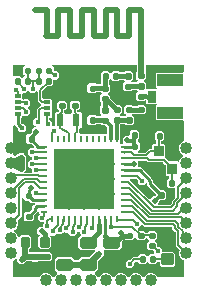
<source format=gbr>
G04 EAGLE Gerber RS-274X export*
G75*
%MOMM*%
%FSLAX34Y34*%
%LPD*%
%INTop Copper*%
%IPPOS*%
%AMOC8*
5,1,8,0,0,1.08239X$1,22.5*%
G01*
%ADD10R,0.240000X0.600000*%
%ADD11R,0.600000X0.240000*%
%ADD12R,5.150000X5.150000*%
%ADD13C,0.500000*%
%ADD14C,0.280800*%
%ADD15C,0.500000*%
%ADD16C,0.402900*%
%ADD17R,0.850000X0.950000*%
%ADD18C,0.270000*%
%ADD19R,0.500000X0.500000*%
%ADD20R,2.200000X1.050000*%
%ADD21R,0.800000X1.000000*%
%ADD22C,1.016000*%
%ADD23R,0.600000X1.100000*%
%ADD24R,0.560000X0.350000*%
%ADD25R,0.200000X1.600000*%
%ADD26C,0.300000*%
%ADD27C,0.152400*%
%ADD28C,0.450000*%
%ADD29C,0.406400*%
%ADD30C,0.254000*%
%ADD31C,0.304800*%
%ADD32C,0.503200*%
%ADD33C,0.508000*%
%ADD34C,0.200000*%
%ADD35C,0.203200*%
%ADD36C,0.609600*%

G36*
X77496Y121782D02*
X77496Y121782D01*
X77599Y121784D01*
X77618Y121791D01*
X77638Y121793D01*
X77733Y121833D01*
X77830Y121869D01*
X77846Y121881D01*
X77864Y121889D01*
X77995Y121994D01*
X78230Y122229D01*
X81406Y122229D01*
X81422Y122232D01*
X81439Y122230D01*
X81543Y122252D01*
X81649Y122269D01*
X81663Y122277D01*
X81680Y122280D01*
X81772Y122334D01*
X81866Y122384D01*
X81877Y122396D01*
X81892Y122405D01*
X81962Y122485D01*
X82035Y122562D01*
X82042Y122578D01*
X82053Y122590D01*
X82094Y122689D01*
X82139Y122786D01*
X82141Y122802D01*
X82147Y122818D01*
X82167Y122984D01*
X82168Y123081D01*
X82167Y123083D01*
X82168Y123086D01*
X82169Y124444D01*
X82173Y124456D01*
X82172Y124487D01*
X82180Y124554D01*
X82202Y127088D01*
X82187Y127181D01*
X82180Y127275D01*
X82169Y127302D01*
X82164Y127331D01*
X82121Y127415D01*
X82084Y127502D01*
X82061Y127530D01*
X82051Y127549D01*
X82027Y127572D01*
X81979Y127633D01*
X79966Y129645D01*
X79892Y129698D01*
X79823Y129758D01*
X79793Y129770D01*
X79766Y129789D01*
X79680Y129815D01*
X79595Y129850D01*
X79554Y129854D01*
X79531Y129861D01*
X79499Y129860D01*
X79428Y129868D01*
X76989Y129868D01*
X76515Y130343D01*
X76443Y130394D01*
X76377Y130452D01*
X76344Y130465D01*
X76315Y130486D01*
X76231Y130512D01*
X76149Y130546D01*
X76104Y130551D01*
X76080Y130558D01*
X76049Y130558D01*
X75983Y130565D01*
X73192Y130588D01*
X73099Y130573D01*
X73005Y130566D01*
X72978Y130554D01*
X72949Y130550D01*
X72865Y130506D01*
X72779Y130469D01*
X72750Y130446D01*
X72731Y130436D01*
X72708Y130413D01*
X72648Y130365D01*
X72232Y129949D01*
X66761Y129949D01*
X65226Y131484D01*
X65226Y136355D01*
X66761Y137890D01*
X72232Y137890D01*
X72707Y137416D01*
X72778Y137364D01*
X72845Y137306D01*
X72878Y137293D01*
X72906Y137272D01*
X72990Y137246D01*
X73072Y137213D01*
X73117Y137207D01*
X73141Y137200D01*
X73173Y137201D01*
X73239Y137193D01*
X76029Y137171D01*
X76122Y137185D01*
X76216Y137193D01*
X76243Y137204D01*
X76272Y137209D01*
X76356Y137252D01*
X76443Y137289D01*
X76471Y137312D01*
X76491Y137322D01*
X76514Y137346D01*
X76574Y137394D01*
X76800Y137621D01*
X76812Y137637D01*
X76828Y137649D01*
X76884Y137737D01*
X76944Y137820D01*
X76950Y137839D01*
X76961Y137856D01*
X76986Y137957D01*
X77016Y138055D01*
X77016Y138075D01*
X77021Y138095D01*
X77013Y138198D01*
X77010Y138301D01*
X77003Y138320D01*
X77001Y138340D01*
X76961Y138435D01*
X76925Y138532D01*
X76913Y138548D01*
X76905Y138566D01*
X76800Y138697D01*
X75454Y140043D01*
X75454Y144914D01*
X76257Y145717D01*
X76307Y145786D01*
X76363Y145850D01*
X76378Y145886D01*
X76400Y145917D01*
X76425Y145998D01*
X76459Y146077D01*
X76465Y146126D01*
X76473Y146152D01*
X76472Y146182D01*
X76480Y146243D01*
X76515Y148577D01*
X76501Y148673D01*
X76494Y148770D01*
X76483Y148794D01*
X76479Y148820D01*
X76435Y148907D01*
X76397Y148996D01*
X76377Y149022D01*
X76368Y149040D01*
X76344Y149063D01*
X76293Y149127D01*
X75604Y149815D01*
X75604Y154686D01*
X76950Y156033D01*
X76962Y156049D01*
X76978Y156061D01*
X77034Y156148D01*
X77094Y156232D01*
X77100Y156251D01*
X77111Y156268D01*
X77136Y156368D01*
X77166Y156467D01*
X77166Y156487D01*
X77171Y156507D01*
X77163Y156610D01*
X77160Y156713D01*
X77153Y156732D01*
X77152Y156752D01*
X77111Y156847D01*
X77076Y156944D01*
X77063Y156960D01*
X77055Y156978D01*
X76950Y157109D01*
X76707Y157353D01*
X76634Y157405D01*
X76566Y157464D01*
X76535Y157476D01*
X76507Y157496D01*
X76421Y157523D01*
X76338Y157556D01*
X76295Y157561D01*
X76272Y157569D01*
X76240Y157568D01*
X76171Y157576D01*
X73232Y157586D01*
X73141Y157571D01*
X73048Y157564D01*
X73020Y157552D01*
X72989Y157547D01*
X72907Y157504D01*
X72822Y157468D01*
X72792Y157443D01*
X72771Y157433D01*
X72749Y157409D01*
X72691Y157363D01*
X72259Y156931D01*
X66788Y156931D01*
X65253Y158467D01*
X65253Y163338D01*
X66788Y164873D01*
X72259Y164873D01*
X72718Y164414D01*
X72791Y164362D01*
X72859Y164303D01*
X72890Y164291D01*
X72918Y164271D01*
X73003Y164245D01*
X73087Y164211D01*
X73129Y164206D01*
X73153Y164199D01*
X73184Y164199D01*
X73253Y164192D01*
X75826Y164182D01*
X75845Y164185D01*
X75865Y164183D01*
X75966Y164205D01*
X76069Y164221D01*
X76086Y164230D01*
X76105Y164234D01*
X76194Y164287D01*
X76287Y164335D01*
X76300Y164350D01*
X76317Y164360D01*
X76385Y164438D01*
X76457Y164513D01*
X76465Y164531D01*
X76478Y164546D01*
X76517Y164642D01*
X76561Y164736D01*
X76563Y164755D01*
X76571Y164774D01*
X76590Y164940D01*
X76603Y168067D01*
X76589Y168159D01*
X76582Y168251D01*
X76570Y168280D01*
X76565Y168310D01*
X76522Y168392D01*
X76488Y168471D01*
X76488Y173972D01*
X78023Y175507D01*
X82894Y175507D01*
X84241Y174161D01*
X84257Y174149D01*
X84269Y174134D01*
X84356Y174078D01*
X84440Y174017D01*
X84459Y174012D01*
X84476Y174001D01*
X84577Y173976D01*
X84675Y173945D01*
X84695Y173946D01*
X84715Y173941D01*
X84818Y173949D01*
X84921Y173951D01*
X84940Y173958D01*
X84960Y173960D01*
X85055Y174000D01*
X85152Y174036D01*
X85168Y174048D01*
X85186Y174056D01*
X85317Y174161D01*
X86663Y175507D01*
X91534Y175507D01*
X92302Y174740D01*
X92374Y174688D01*
X92442Y174629D01*
X92474Y174616D01*
X92502Y174596D01*
X92587Y174570D01*
X92669Y174536D01*
X92713Y174531D01*
X92737Y174524D01*
X92768Y174525D01*
X92836Y174517D01*
X95910Y174498D01*
X96003Y174513D01*
X96096Y174520D01*
X96124Y174532D01*
X96153Y174536D01*
X96236Y174580D01*
X96322Y174616D01*
X96352Y174640D01*
X96371Y174650D01*
X96394Y174674D01*
X96453Y174721D01*
X96876Y175144D01*
X102347Y175144D01*
X103882Y173608D01*
X103882Y168737D01*
X102536Y167391D01*
X102524Y167375D01*
X102509Y167363D01*
X102453Y167275D01*
X102392Y167192D01*
X102387Y167173D01*
X102376Y167156D01*
X102350Y167055D01*
X102320Y166956D01*
X102321Y166937D01*
X102316Y166917D01*
X102324Y166814D01*
X102326Y166711D01*
X102333Y166692D01*
X102335Y166672D01*
X102375Y166577D01*
X102411Y166480D01*
X102423Y166464D01*
X102431Y166446D01*
X102536Y166315D01*
X102738Y166113D01*
X102817Y166056D01*
X102891Y165994D01*
X102916Y165985D01*
X102938Y165969D01*
X103030Y165941D01*
X103120Y165906D01*
X103154Y165903D01*
X103173Y165897D01*
X103206Y165898D01*
X103287Y165890D01*
X104714Y165911D01*
X106632Y165939D01*
X106714Y165953D01*
X106797Y165959D01*
X106835Y165975D01*
X106875Y165982D01*
X106947Y166022D01*
X107024Y166054D01*
X107066Y166087D01*
X107090Y166100D01*
X107110Y166122D01*
X107156Y166158D01*
X107495Y166493D01*
X107507Y166509D01*
X107523Y166521D01*
X107579Y166608D01*
X107640Y166691D01*
X107646Y166710D01*
X107657Y166727D01*
X107683Y166827D01*
X107714Y166926D01*
X107714Y166946D01*
X107719Y166965D01*
X107712Y167068D01*
X107710Y167172D01*
X107703Y167191D01*
X107701Y167210D01*
X107662Y167306D01*
X107627Y167403D01*
X107614Y167419D01*
X107607Y167437D01*
X107503Y167569D01*
X106166Y168925D01*
X106200Y173796D01*
X106646Y174235D01*
X106701Y174311D01*
X106762Y174383D01*
X106773Y174410D01*
X106791Y174434D01*
X106819Y174523D01*
X106854Y174611D01*
X106858Y174648D01*
X106865Y174669D01*
X106864Y174701D01*
X106873Y174777D01*
X106873Y180169D01*
X106870Y180189D01*
X106872Y180208D01*
X106850Y180310D01*
X106833Y180412D01*
X106824Y180429D01*
X106819Y180449D01*
X106766Y180538D01*
X106718Y180629D01*
X106704Y180643D01*
X106693Y180660D01*
X106615Y180727D01*
X106540Y180798D01*
X106522Y180807D01*
X106506Y180820D01*
X106410Y180859D01*
X106317Y180902D01*
X106297Y180904D01*
X106278Y180912D01*
X106112Y180930D01*
X36078Y180930D01*
X36008Y180919D01*
X35936Y180917D01*
X35887Y180899D01*
X35836Y180890D01*
X35772Y180857D01*
X35705Y180832D01*
X35664Y180800D01*
X35618Y180775D01*
X35569Y180724D01*
X35513Y180679D01*
X35485Y180635D01*
X35449Y180597D01*
X35419Y180532D01*
X35380Y180472D01*
X35367Y180421D01*
X35345Y180374D01*
X35337Y180303D01*
X35320Y180233D01*
X35324Y180181D01*
X35318Y180130D01*
X35333Y180059D01*
X35339Y179988D01*
X35359Y179940D01*
X35370Y179889D01*
X35407Y179828D01*
X35435Y179762D01*
X35480Y179706D01*
X35497Y179678D01*
X35514Y179663D01*
X35540Y179631D01*
X36560Y178610D01*
X36560Y175953D01*
X36564Y175934D01*
X36561Y175914D01*
X36583Y175813D01*
X36600Y175710D01*
X36609Y175693D01*
X36614Y175673D01*
X36667Y175584D01*
X36715Y175493D01*
X36730Y175479D01*
X36740Y175462D01*
X36819Y175395D01*
X36894Y175324D01*
X36912Y175315D01*
X36927Y175302D01*
X37023Y175264D01*
X37117Y175220D01*
X37136Y175218D01*
X37155Y175210D01*
X37322Y175192D01*
X39499Y175192D01*
X41562Y173130D01*
X41562Y170213D01*
X39499Y168151D01*
X37182Y168151D01*
X37162Y168147D01*
X37142Y168149D01*
X37041Y168127D01*
X36939Y168111D01*
X36921Y168101D01*
X36902Y168097D01*
X36813Y168044D01*
X36722Y167996D01*
X36708Y167981D01*
X36691Y167971D01*
X36623Y167892D01*
X36552Y167817D01*
X36544Y167799D01*
X36531Y167784D01*
X36492Y167688D01*
X36449Y167594D01*
X36446Y167575D01*
X36439Y167556D01*
X36420Y167389D01*
X36420Y164152D01*
X34854Y162585D01*
X31714Y162585D01*
X31624Y162570D01*
X31533Y162563D01*
X31503Y162551D01*
X31471Y162545D01*
X31391Y162503D01*
X31307Y162467D01*
X31275Y162441D01*
X31254Y162430D01*
X31232Y162407D01*
X31176Y162362D01*
X27309Y158495D01*
X27256Y158421D01*
X27196Y158352D01*
X27184Y158322D01*
X27165Y158296D01*
X27139Y158208D01*
X27105Y158124D01*
X27100Y158083D01*
X27093Y158061D01*
X27094Y158028D01*
X27086Y157957D01*
X27086Y152767D01*
X27089Y152747D01*
X27087Y152727D01*
X27109Y152626D01*
X27126Y152524D01*
X27135Y152506D01*
X27139Y152487D01*
X27193Y152398D01*
X27241Y152307D01*
X27255Y152293D01*
X27266Y152276D01*
X27344Y152208D01*
X27419Y152137D01*
X27437Y152129D01*
X27452Y152116D01*
X27549Y152077D01*
X27642Y152034D01*
X27662Y152031D01*
X27681Y152024D01*
X27847Y152005D01*
X34124Y152005D01*
X34868Y151261D01*
X34868Y136708D01*
X34124Y135964D01*
X33592Y135964D01*
X33572Y135961D01*
X33552Y135963D01*
X33451Y135941D01*
X33349Y135924D01*
X33331Y135915D01*
X33312Y135911D01*
X33223Y135857D01*
X33131Y135809D01*
X33118Y135795D01*
X33101Y135785D01*
X33033Y135706D01*
X32962Y135631D01*
X32954Y135613D01*
X32941Y135598D01*
X32902Y135501D01*
X32858Y135408D01*
X32856Y135388D01*
X32849Y135369D01*
X32830Y135203D01*
X32830Y134886D01*
X32845Y134796D01*
X32852Y134705D01*
X32865Y134676D01*
X32870Y134644D01*
X32913Y134563D01*
X32948Y134479D01*
X32974Y134447D01*
X32985Y134426D01*
X33009Y134404D01*
X33053Y134348D01*
X35212Y132190D01*
X35212Y129281D01*
X35215Y129263D01*
X35213Y129246D01*
X35213Y129245D01*
X35213Y129242D01*
X35235Y129140D01*
X35252Y129038D01*
X35261Y129021D01*
X35265Y129001D01*
X35318Y128912D01*
X35367Y128821D01*
X35381Y128807D01*
X35391Y128790D01*
X35470Y128723D01*
X35545Y128652D01*
X35563Y128643D01*
X35578Y128630D01*
X35674Y128592D01*
X35768Y128548D01*
X35788Y128546D01*
X35806Y128538D01*
X35973Y128520D01*
X36890Y128520D01*
X36910Y128523D01*
X36930Y128521D01*
X37031Y128543D01*
X37133Y128560D01*
X37151Y128569D01*
X37170Y128573D01*
X37259Y128626D01*
X37351Y128675D01*
X37364Y128689D01*
X37381Y128699D01*
X37449Y128778D01*
X37520Y128853D01*
X37528Y128871D01*
X37541Y128886D01*
X37580Y128982D01*
X37624Y129076D01*
X37626Y129096D01*
X37633Y129114D01*
X37652Y129281D01*
X37652Y139774D01*
X38396Y140518D01*
X40291Y140518D01*
X40381Y140533D01*
X40472Y140540D01*
X40502Y140553D01*
X40534Y140558D01*
X40614Y140601D01*
X40698Y140636D01*
X40730Y140662D01*
X40751Y140673D01*
X40773Y140696D01*
X40829Y140741D01*
X41180Y141092D01*
X41222Y141150D01*
X41271Y141202D01*
X41293Y141249D01*
X41323Y141291D01*
X41344Y141360D01*
X41375Y141425D01*
X41380Y141477D01*
X41396Y141526D01*
X41394Y141598D01*
X41402Y141669D01*
X41391Y141720D01*
X41389Y141772D01*
X41365Y141840D01*
X41349Y141910D01*
X41323Y141954D01*
X41305Y142003D01*
X41260Y142059D01*
X41223Y142121D01*
X41184Y142155D01*
X41151Y142195D01*
X41091Y142234D01*
X41036Y142281D01*
X40995Y142298D01*
X39334Y143958D01*
X39334Y148766D01*
X40901Y150333D01*
X46309Y150333D01*
X47876Y148766D01*
X47876Y143958D01*
X46294Y142376D01*
X46258Y142368D01*
X46156Y142351D01*
X46139Y142342D01*
X46119Y142338D01*
X46030Y142285D01*
X45939Y142236D01*
X45925Y142222D01*
X45908Y142212D01*
X45841Y142133D01*
X45770Y142058D01*
X45761Y142040D01*
X45748Y142025D01*
X45709Y141929D01*
X45666Y141835D01*
X45664Y141815D01*
X45656Y141797D01*
X45638Y141630D01*
X45638Y140644D01*
X45653Y140554D01*
X45660Y140463D01*
X45672Y140434D01*
X45678Y140402D01*
X45720Y140321D01*
X45756Y140237D01*
X45782Y140205D01*
X45793Y140184D01*
X45816Y140162D01*
X45861Y140106D01*
X46274Y139693D01*
X46300Y139650D01*
X46348Y139559D01*
X46362Y139545D01*
X46373Y139528D01*
X46451Y139460D01*
X46526Y139389D01*
X46544Y139381D01*
X46560Y139368D01*
X46656Y139329D01*
X46749Y139286D01*
X46769Y139283D01*
X46788Y139276D01*
X46954Y139257D01*
X50890Y139257D01*
X50910Y139261D01*
X50930Y139258D01*
X51031Y139280D01*
X51133Y139297D01*
X51151Y139306D01*
X51170Y139311D01*
X51259Y139364D01*
X51351Y139412D01*
X51364Y139427D01*
X51381Y139437D01*
X51449Y139516D01*
X51520Y139591D01*
X51528Y139609D01*
X51541Y139624D01*
X51568Y139690D01*
X52341Y140463D01*
X52394Y140537D01*
X52453Y140606D01*
X52465Y140636D01*
X52484Y140663D01*
X52511Y140750D01*
X52545Y140834D01*
X52550Y140875D01*
X52557Y140898D01*
X52556Y140930D01*
X52564Y141001D01*
X52564Y141707D01*
X52561Y141726D01*
X52563Y141745D01*
X52541Y141847D01*
X52524Y141950D01*
X52515Y141967D01*
X52511Y141986D01*
X52458Y142075D01*
X52409Y142167D01*
X52395Y142181D01*
X52385Y142197D01*
X52306Y142265D01*
X52231Y142337D01*
X52213Y142345D01*
X52198Y142357D01*
X52102Y142397D01*
X52007Y142440D01*
X51988Y142443D01*
X51970Y142450D01*
X51896Y142458D01*
X50322Y144038D01*
X50330Y148846D01*
X51899Y150410D01*
X57307Y150400D01*
X58871Y148831D01*
X58863Y144023D01*
X57276Y142441D01*
X57251Y142436D01*
X57149Y142420D01*
X57131Y142410D01*
X57111Y142406D01*
X57022Y142353D01*
X56931Y142305D01*
X56917Y142290D01*
X56899Y142279D01*
X56833Y142201D01*
X56762Y142127D01*
X56753Y142108D01*
X56740Y142092D01*
X56701Y141997D01*
X56658Y141904D01*
X56655Y141883D01*
X56648Y141864D01*
X56629Y141698D01*
X56629Y141493D01*
X56644Y141403D01*
X56651Y141312D01*
X56664Y141282D01*
X56669Y141250D01*
X56712Y141170D01*
X56747Y141086D01*
X56773Y141054D01*
X56784Y141033D01*
X56807Y141011D01*
X56836Y140975D01*
X56837Y140974D01*
X56852Y140955D01*
X57066Y140741D01*
X57140Y140688D01*
X57209Y140629D01*
X57239Y140616D01*
X57266Y140598D01*
X57353Y140571D01*
X57438Y140537D01*
X57479Y140532D01*
X57501Y140525D01*
X57533Y140526D01*
X57604Y140518D01*
X59449Y140518D01*
X60193Y139774D01*
X60193Y127721D01*
X59449Y126977D01*
X59242Y126977D01*
X59222Y126973D01*
X59202Y126976D01*
X59101Y126954D01*
X58999Y126937D01*
X58981Y126928D01*
X58962Y126923D01*
X58873Y126870D01*
X58781Y126822D01*
X58768Y126807D01*
X58751Y126797D01*
X58683Y126718D01*
X58612Y126643D01*
X58604Y126625D01*
X58591Y126610D01*
X58552Y126514D01*
X58508Y126420D01*
X58506Y126401D01*
X58499Y126382D01*
X58480Y126215D01*
X58480Y123138D01*
X58467Y123095D01*
X58469Y123023D01*
X58461Y122951D01*
X58472Y122900D01*
X58473Y122849D01*
X58498Y122781D01*
X58513Y122711D01*
X58540Y122666D01*
X58557Y122618D01*
X58602Y122561D01*
X58639Y122500D01*
X58679Y122466D01*
X58711Y122425D01*
X58771Y122386D01*
X58826Y122340D01*
X58874Y122320D01*
X58918Y122292D01*
X58987Y122275D01*
X59054Y122248D01*
X59125Y122240D01*
X59156Y122232D01*
X59180Y122234D01*
X59221Y122229D01*
X61683Y122229D01*
X61918Y121994D01*
X61935Y121982D01*
X61947Y121967D01*
X62034Y121911D01*
X62118Y121850D01*
X62137Y121845D01*
X62154Y121834D01*
X62254Y121808D01*
X62353Y121778D01*
X62373Y121779D01*
X62393Y121774D01*
X62496Y121782D01*
X62599Y121784D01*
X62618Y121791D01*
X62638Y121793D01*
X62733Y121833D01*
X62830Y121869D01*
X62846Y121881D01*
X62864Y121889D01*
X62995Y121994D01*
X63230Y122229D01*
X66683Y122229D01*
X66918Y121994D01*
X66935Y121982D01*
X66947Y121967D01*
X67034Y121911D01*
X67118Y121850D01*
X67137Y121845D01*
X67154Y121834D01*
X67254Y121808D01*
X67353Y121778D01*
X67373Y121779D01*
X67393Y121774D01*
X67496Y121782D01*
X67599Y121784D01*
X67618Y121791D01*
X67638Y121793D01*
X67733Y121833D01*
X67830Y121869D01*
X67846Y121881D01*
X67864Y121889D01*
X67995Y121994D01*
X68230Y122229D01*
X71683Y122229D01*
X71918Y121994D01*
X71935Y121982D01*
X71947Y121967D01*
X72034Y121911D01*
X72118Y121850D01*
X72137Y121845D01*
X72154Y121834D01*
X72254Y121808D01*
X72353Y121778D01*
X72373Y121779D01*
X72393Y121774D01*
X72496Y121782D01*
X72599Y121784D01*
X72618Y121791D01*
X72638Y121793D01*
X72733Y121833D01*
X72830Y121869D01*
X72846Y121881D01*
X72864Y121889D01*
X72995Y121994D01*
X73230Y122229D01*
X76683Y122229D01*
X76918Y121994D01*
X76935Y121982D01*
X76947Y121967D01*
X77034Y121911D01*
X77118Y121850D01*
X77137Y121845D01*
X77154Y121834D01*
X77254Y121808D01*
X77353Y121778D01*
X77373Y121779D01*
X77393Y121774D01*
X77496Y121782D01*
G37*
G36*
X142286Y98773D02*
X142286Y98773D01*
X142364Y98775D01*
X142407Y98791D01*
X142453Y98798D01*
X142522Y98833D01*
X142595Y98860D01*
X142631Y98889D01*
X142672Y98909D01*
X142727Y98965D01*
X142787Y99014D01*
X142812Y99052D01*
X142844Y99085D01*
X142910Y99205D01*
X142920Y99220D01*
X142922Y99225D01*
X142925Y99232D01*
X143683Y101062D01*
X145470Y102848D01*
X146104Y103111D01*
X146165Y103149D01*
X146231Y103178D01*
X146269Y103213D01*
X146313Y103241D01*
X146359Y103296D01*
X146412Y103345D01*
X146437Y103390D01*
X146470Y103430D01*
X146496Y103497D01*
X146530Y103560D01*
X146540Y103611D01*
X146558Y103660D01*
X146561Y103732D01*
X146574Y103802D01*
X146566Y103854D01*
X146569Y103906D01*
X146549Y103975D01*
X146538Y104046D01*
X146515Y104092D01*
X146500Y104142D01*
X146459Y104201D01*
X146427Y104265D01*
X146390Y104301D01*
X146360Y104344D01*
X146302Y104387D01*
X146251Y104437D01*
X146188Y104471D01*
X146162Y104491D01*
X146140Y104498D01*
X146104Y104518D01*
X145470Y104781D01*
X143683Y106567D01*
X142716Y108901D01*
X142716Y111428D01*
X143683Y113762D01*
X145470Y115548D01*
X146128Y115821D01*
X146227Y115883D01*
X146327Y115943D01*
X146332Y115947D01*
X146337Y115951D01*
X146411Y116041D01*
X146487Y116129D01*
X146490Y116135D01*
X146494Y116140D01*
X146535Y116248D01*
X146579Y116358D01*
X146580Y116365D01*
X146582Y116370D01*
X146583Y116388D01*
X146598Y116524D01*
X146598Y132786D01*
X146595Y132806D01*
X146597Y132826D01*
X146575Y132927D01*
X146558Y133029D01*
X146549Y133047D01*
X146545Y133066D01*
X146491Y133155D01*
X146443Y133247D01*
X146429Y133260D01*
X146418Y133277D01*
X146340Y133345D01*
X146265Y133416D01*
X146247Y133424D01*
X146231Y133437D01*
X146135Y133476D01*
X146042Y133520D01*
X146022Y133522D01*
X146003Y133529D01*
X145837Y133548D01*
X123984Y133548D01*
X123240Y134292D01*
X123240Y145845D01*
X123643Y146248D01*
X123685Y146306D01*
X123734Y146358D01*
X123756Y146406D01*
X123787Y146448D01*
X123808Y146516D01*
X123838Y146581D01*
X123844Y146633D01*
X123859Y146683D01*
X123857Y146755D01*
X123865Y146826D01*
X123854Y146877D01*
X123853Y146929D01*
X123828Y146996D01*
X123813Y147066D01*
X123786Y147111D01*
X123768Y147160D01*
X123723Y147216D01*
X123687Y147277D01*
X123647Y147311D01*
X123615Y147352D01*
X123554Y147391D01*
X123500Y147437D01*
X123451Y147457D01*
X123408Y147485D01*
X123338Y147502D01*
X123272Y147529D01*
X123200Y147537D01*
X123169Y147545D01*
X123146Y147543D01*
X123105Y147548D01*
X115734Y147548D01*
X114990Y148292D01*
X114990Y149812D01*
X114987Y149828D01*
X114989Y149844D01*
X114967Y149949D01*
X114950Y150055D01*
X114942Y150069D01*
X114939Y150085D01*
X114885Y150178D01*
X114835Y150272D01*
X114823Y150283D01*
X114815Y150297D01*
X114734Y150368D01*
X114657Y150441D01*
X114642Y150448D01*
X114629Y150459D01*
X114531Y150500D01*
X114434Y150545D01*
X114417Y150547D01*
X114402Y150553D01*
X114236Y150573D01*
X114179Y150574D01*
X114085Y150559D01*
X113991Y150552D01*
X113964Y150540D01*
X113936Y150536D01*
X113852Y150492D01*
X113765Y150455D01*
X113736Y150433D01*
X113718Y150423D01*
X113695Y150399D01*
X113634Y150351D01*
X113212Y149929D01*
X107741Y149929D01*
X106206Y151464D01*
X106206Y156335D01*
X107552Y157682D01*
X107564Y157698D01*
X107579Y157710D01*
X107608Y157755D01*
X107636Y157785D01*
X107655Y157825D01*
X107696Y157881D01*
X107701Y157900D01*
X107712Y157917D01*
X107729Y157985D01*
X107740Y158008D01*
X107743Y158036D01*
X107768Y158116D01*
X107767Y158136D01*
X107772Y158156D01*
X107766Y158240D01*
X107767Y158252D01*
X107764Y158266D01*
X107762Y158362D01*
X107755Y158381D01*
X107753Y158401D01*
X107716Y158489D01*
X107715Y158493D01*
X107712Y158497D01*
X107677Y158593D01*
X107665Y158609D01*
X107657Y158627D01*
X107552Y158758D01*
X107200Y159110D01*
X107122Y159166D01*
X107047Y159228D01*
X107022Y159238D01*
X107001Y159253D01*
X106908Y159282D01*
X106818Y159317D01*
X106785Y159320D01*
X106765Y159326D01*
X106732Y159325D01*
X106651Y159333D01*
X103374Y159285D01*
X103289Y159270D01*
X103204Y159263D01*
X103169Y159248D01*
X103132Y159242D01*
X103056Y159200D01*
X102978Y159167D01*
X102939Y159136D01*
X102916Y159123D01*
X102895Y159101D01*
X102847Y159062D01*
X102347Y158562D01*
X96876Y158562D01*
X95341Y160097D01*
X95341Y164968D01*
X96687Y166315D01*
X96698Y166331D01*
X96714Y166343D01*
X96770Y166431D01*
X96830Y166514D01*
X96836Y166533D01*
X96847Y166550D01*
X96872Y166651D01*
X96903Y166749D01*
X96902Y166769D01*
X96907Y166789D01*
X96899Y166892D01*
X96896Y166995D01*
X96889Y167014D01*
X96888Y167034D01*
X96848Y167129D01*
X96812Y167226D01*
X96799Y167242D01*
X96792Y167260D01*
X96687Y167391D01*
X96408Y167670D01*
X96336Y167722D01*
X96269Y167780D01*
X96237Y167793D01*
X96208Y167813D01*
X96124Y167839D01*
X96041Y167873D01*
X95997Y167878D01*
X95973Y167886D01*
X95942Y167885D01*
X95875Y167893D01*
X92800Y167911D01*
X92707Y167897D01*
X92614Y167889D01*
X92587Y167878D01*
X92557Y167873D01*
X92474Y167830D01*
X92388Y167793D01*
X92358Y167769D01*
X92339Y167759D01*
X92316Y167736D01*
X92257Y167688D01*
X91534Y166966D01*
X86663Y166966D01*
X85317Y168312D01*
X85301Y168323D01*
X85289Y168339D01*
X85201Y168395D01*
X85117Y168455D01*
X85099Y168461D01*
X85082Y168472D01*
X84981Y168497D01*
X84882Y168528D01*
X84862Y168527D01*
X84843Y168532D01*
X84740Y168524D01*
X84636Y168521D01*
X84618Y168515D01*
X84598Y168513D01*
X84503Y168473D01*
X84405Y168437D01*
X84390Y168424D01*
X84372Y168417D01*
X84241Y168312D01*
X83427Y167498D01*
X83375Y167426D01*
X83316Y167358D01*
X83303Y167326D01*
X83284Y167299D01*
X83257Y167213D01*
X83223Y167130D01*
X83218Y167087D01*
X83211Y167064D01*
X83212Y167032D01*
X83204Y166963D01*
X83194Y164597D01*
X83208Y164505D01*
X83216Y164413D01*
X83228Y164384D01*
X83233Y164354D01*
X83276Y164272D01*
X83312Y164186D01*
X83336Y164156D01*
X83347Y164136D01*
X83370Y164114D01*
X83417Y164055D01*
X84146Y163326D01*
X84146Y158455D01*
X82800Y157109D01*
X82788Y157093D01*
X82772Y157081D01*
X82716Y156993D01*
X82656Y156909D01*
X82650Y156890D01*
X82639Y156874D01*
X82614Y156773D01*
X82584Y156674D01*
X82584Y156654D01*
X82579Y156635D01*
X82587Y156532D01*
X82590Y156428D01*
X82597Y156410D01*
X82598Y156390D01*
X82639Y156295D01*
X82674Y156197D01*
X82687Y156182D01*
X82695Y156164D01*
X82800Y156033D01*
X84146Y154686D01*
X84146Y153077D01*
X84162Y152978D01*
X84172Y152877D01*
X84182Y152856D01*
X84185Y152834D01*
X84233Y152745D01*
X84275Y152653D01*
X84293Y152632D01*
X84301Y152617D01*
X84324Y152594D01*
X84383Y152525D01*
X90451Y146763D01*
X90518Y146717D01*
X90580Y146665D01*
X90619Y146649D01*
X90654Y146625D01*
X90733Y146603D01*
X90808Y146573D01*
X90863Y146566D01*
X90891Y146559D01*
X90920Y146560D01*
X90975Y146554D01*
X92792Y146554D01*
X94327Y145019D01*
X94327Y140148D01*
X92981Y138802D01*
X92969Y138785D01*
X92954Y138773D01*
X92898Y138686D01*
X92837Y138602D01*
X92832Y138583D01*
X92821Y138566D01*
X92795Y138466D01*
X92765Y138367D01*
X92766Y138347D01*
X92761Y138328D01*
X92769Y138225D01*
X92771Y138121D01*
X92778Y138102D01*
X92780Y138082D01*
X92820Y137988D01*
X92856Y137890D01*
X92868Y137874D01*
X92876Y137856D01*
X92981Y137725D01*
X93237Y137469D01*
X93311Y137416D01*
X93380Y137356D01*
X93411Y137344D01*
X93437Y137326D01*
X93524Y137299D01*
X93609Y137265D01*
X93649Y137260D01*
X93672Y137253D01*
X93704Y137254D01*
X93775Y137246D01*
X96573Y137246D01*
X96663Y137261D01*
X96754Y137268D01*
X96784Y137281D01*
X96816Y137286D01*
X96896Y137329D01*
X96980Y137364D01*
X97012Y137390D01*
X97033Y137401D01*
X97055Y137424D01*
X97111Y137469D01*
X97367Y137725D01*
X97379Y137741D01*
X97394Y137754D01*
X97451Y137841D01*
X97511Y137925D01*
X97517Y137944D01*
X97527Y137961D01*
X97553Y138061D01*
X97583Y138160D01*
X97583Y138180D01*
X97587Y138199D01*
X97579Y138302D01*
X97577Y138406D01*
X97570Y138425D01*
X97568Y138444D01*
X97528Y138539D01*
X97492Y138637D01*
X97480Y138652D01*
X97472Y138671D01*
X97367Y138802D01*
X96021Y140148D01*
X96021Y145019D01*
X97556Y146554D01*
X103027Y146554D01*
X103437Y146144D01*
X103514Y146089D01*
X103587Y146028D01*
X103613Y146018D01*
X103637Y146001D01*
X103727Y145973D01*
X103816Y145938D01*
X103852Y145935D01*
X103872Y145929D01*
X103905Y145929D01*
X103982Y145922D01*
X106956Y145950D01*
X107042Y145965D01*
X107130Y145972D01*
X107163Y145986D01*
X107198Y145992D01*
X107275Y146034D01*
X107356Y146068D01*
X107392Y146097D01*
X107414Y146109D01*
X107436Y146132D01*
X107487Y146173D01*
X107968Y146654D01*
X113439Y146654D01*
X114974Y145119D01*
X114974Y140247D01*
X113439Y138712D01*
X107968Y138712D01*
X107558Y139122D01*
X107481Y139177D01*
X107408Y139238D01*
X107382Y139249D01*
X107358Y139265D01*
X107268Y139293D01*
X107179Y139328D01*
X107143Y139332D01*
X107123Y139338D01*
X107090Y139337D01*
X107013Y139345D01*
X104039Y139316D01*
X103953Y139301D01*
X103865Y139295D01*
X103832Y139280D01*
X103797Y139274D01*
X103720Y139233D01*
X103639Y139198D01*
X103603Y139169D01*
X103580Y139157D01*
X103559Y139134D01*
X103508Y139093D01*
X103216Y138802D01*
X103205Y138785D01*
X103189Y138773D01*
X103133Y138686D01*
X103073Y138602D01*
X103067Y138583D01*
X103056Y138566D01*
X103031Y138466D01*
X103000Y138367D01*
X103001Y138347D01*
X102996Y138328D01*
X103004Y138225D01*
X103007Y138121D01*
X103014Y138102D01*
X103015Y138082D01*
X103056Y137987D01*
X103091Y137890D01*
X103104Y137874D01*
X103112Y137856D01*
X103216Y137725D01*
X104563Y136379D01*
X104563Y131508D01*
X103027Y129973D01*
X97556Y129973D01*
X97111Y130418D01*
X97037Y130471D01*
X96968Y130530D01*
X96938Y130542D01*
X96911Y130561D01*
X96824Y130588D01*
X96740Y130622D01*
X96699Y130627D01*
X96676Y130634D01*
X96644Y130633D01*
X96573Y130641D01*
X93775Y130641D01*
X93685Y130626D01*
X93594Y130619D01*
X93564Y130606D01*
X93532Y130601D01*
X93452Y130558D01*
X93368Y130522D01*
X93336Y130497D01*
X93315Y130486D01*
X93293Y130462D01*
X93237Y130418D01*
X93011Y130191D01*
X92957Y130117D01*
X92898Y130047D01*
X92886Y130017D01*
X92867Y129992D01*
X92840Y129904D01*
X92806Y129819D01*
X92802Y129779D01*
X92795Y129757D01*
X92796Y129724D01*
X92788Y129652D01*
X92800Y122440D01*
X92814Y122356D01*
X92819Y122272D01*
X92824Y122260D01*
X92802Y120986D01*
X92803Y120980D01*
X92802Y120972D01*
X92805Y119532D01*
X92809Y116829D01*
X92659Y116685D01*
X92601Y116606D01*
X92538Y116532D01*
X92528Y116508D01*
X92513Y116487D01*
X92482Y116395D01*
X92446Y116304D01*
X92442Y116272D01*
X92436Y116253D01*
X92437Y116221D01*
X92427Y116137D01*
X92427Y114691D01*
X92431Y114671D01*
X92428Y114651D01*
X92450Y114550D01*
X92467Y114448D01*
X92476Y114430D01*
X92481Y114411D01*
X92534Y114322D01*
X92582Y114230D01*
X92597Y114217D01*
X92607Y114200D01*
X92686Y114132D01*
X92761Y114061D01*
X92779Y114053D01*
X92794Y114040D01*
X92890Y114001D01*
X92984Y113957D01*
X93003Y113955D01*
X93022Y113948D01*
X93189Y113929D01*
X94580Y113929D01*
X94651Y113941D01*
X94723Y113943D01*
X94771Y113961D01*
X94823Y113969D01*
X94886Y114003D01*
X94954Y114027D01*
X94994Y114060D01*
X95040Y114084D01*
X95089Y114136D01*
X95146Y114181D01*
X95174Y114225D01*
X95210Y114262D01*
X95240Y114328D01*
X95279Y114388D01*
X95291Y114438D01*
X95313Y114486D01*
X95321Y114557D01*
X95339Y114626D01*
X95335Y114678D01*
X95340Y114730D01*
X95325Y114800D01*
X95319Y114872D01*
X95299Y114920D01*
X95288Y114970D01*
X95251Y115032D01*
X95223Y115098D01*
X95218Y115104D01*
X95218Y118266D01*
X97436Y120484D01*
X100089Y120484D01*
X100109Y120488D01*
X100128Y120485D01*
X100230Y120507D01*
X100332Y120524D01*
X100349Y120533D01*
X100369Y120538D01*
X100458Y120591D01*
X100549Y120639D01*
X100563Y120654D01*
X100580Y120664D01*
X100647Y120743D01*
X100719Y120818D01*
X100727Y120836D01*
X100740Y120851D01*
X100779Y120947D01*
X100822Y121041D01*
X100824Y121060D01*
X100832Y121079D01*
X100850Y121246D01*
X100850Y123880D01*
X102417Y125447D01*
X107225Y125447D01*
X108792Y123880D01*
X108792Y118472D01*
X107839Y117519D01*
X107786Y117445D01*
X107726Y117376D01*
X107714Y117346D01*
X107695Y117320D01*
X107668Y117233D01*
X107634Y117148D01*
X107630Y117107D01*
X107623Y117085D01*
X107624Y117052D01*
X107616Y116981D01*
X107616Y116280D01*
X107630Y116190D01*
X107638Y116099D01*
X107650Y116069D01*
X107655Y116037D01*
X107698Y115956D01*
X107734Y115872D01*
X107760Y115840D01*
X107771Y115820D01*
X107794Y115798D01*
X107839Y115742D01*
X109397Y114184D01*
X109397Y108776D01*
X108206Y107585D01*
X108164Y107527D01*
X108114Y107475D01*
X108092Y107427D01*
X108062Y107385D01*
X108041Y107317D01*
X108011Y107252D01*
X108005Y107200D01*
X107990Y107150D01*
X107992Y107078D01*
X107984Y107007D01*
X107995Y106956D01*
X107996Y106904D01*
X108021Y106837D01*
X108036Y106767D01*
X108063Y106722D01*
X108081Y106673D01*
X108125Y106617D01*
X108162Y106556D01*
X108202Y106522D01*
X108234Y106481D01*
X108295Y106442D01*
X108349Y106396D01*
X108397Y106376D01*
X108441Y106348D01*
X108511Y106331D01*
X108577Y106304D01*
X108649Y106296D01*
X108680Y106288D01*
X108703Y106290D01*
X108744Y106285D01*
X113920Y106285D01*
X114010Y106300D01*
X114101Y106307D01*
X114131Y106320D01*
X114163Y106325D01*
X114243Y106368D01*
X114327Y106403D01*
X114360Y106429D01*
X114380Y106440D01*
X114402Y106463D01*
X114458Y106508D01*
X115897Y107947D01*
X117310Y109360D01*
X119262Y109360D01*
X119281Y109364D01*
X119301Y109361D01*
X119402Y109383D01*
X119504Y109400D01*
X119522Y109409D01*
X119541Y109414D01*
X119631Y109467D01*
X119722Y109515D01*
X119735Y109530D01*
X119753Y109540D01*
X119820Y109619D01*
X119891Y109694D01*
X119900Y109712D01*
X119913Y109727D01*
X119951Y109823D01*
X119995Y109917D01*
X119997Y109936D01*
X120004Y109955D01*
X120023Y110122D01*
X120023Y112604D01*
X120767Y113348D01*
X122750Y113348D01*
X122769Y113352D01*
X122789Y113349D01*
X122890Y113371D01*
X122992Y113388D01*
X123010Y113397D01*
X123029Y113402D01*
X123119Y113455D01*
X123210Y113503D01*
X123223Y113518D01*
X123241Y113528D01*
X123308Y113607D01*
X123379Y113682D01*
X123388Y113700D01*
X123401Y113715D01*
X123439Y113811D01*
X123483Y113905D01*
X123485Y113924D01*
X123492Y113943D01*
X123511Y114110D01*
X123511Y116107D01*
X123496Y116197D01*
X123489Y116288D01*
X123476Y116317D01*
X123471Y116349D01*
X123428Y116430D01*
X123393Y116514D01*
X123367Y116546D01*
X123356Y116567D01*
X123333Y116589D01*
X123288Y116645D01*
X122197Y117736D01*
X122197Y123207D01*
X123732Y124742D01*
X128603Y124742D01*
X130138Y123207D01*
X130138Y117736D01*
X128603Y116201D01*
X128338Y116201D01*
X128318Y116198D01*
X128298Y116200D01*
X128197Y116178D01*
X128095Y116161D01*
X128077Y116152D01*
X128058Y116148D01*
X127969Y116094D01*
X127878Y116046D01*
X127864Y116032D01*
X127847Y116021D01*
X127779Y115943D01*
X127708Y115868D01*
X127700Y115850D01*
X127687Y115835D01*
X127648Y115738D01*
X127605Y115645D01*
X127602Y115625D01*
X127595Y115606D01*
X127576Y115440D01*
X127576Y114110D01*
X127580Y114090D01*
X127577Y114070D01*
X127599Y113969D01*
X127616Y113867D01*
X127625Y113849D01*
X127630Y113830D01*
X127683Y113741D01*
X127731Y113650D01*
X127746Y113636D01*
X127756Y113619D01*
X127835Y113551D01*
X127910Y113480D01*
X127928Y113472D01*
X127943Y113459D01*
X128039Y113420D01*
X128133Y113377D01*
X128152Y113374D01*
X128171Y113367D01*
X128338Y113348D01*
X130320Y113348D01*
X131064Y112604D01*
X131064Y102371D01*
X131079Y102281D01*
X131086Y102190D01*
X131099Y102160D01*
X131104Y102128D01*
X131147Y102047D01*
X131183Y101963D01*
X131208Y101931D01*
X131219Y101911D01*
X131243Y101888D01*
X131287Y101832D01*
X134048Y99071D01*
X134122Y99018D01*
X134192Y98959D01*
X134222Y98947D01*
X134248Y98928D01*
X134335Y98901D01*
X134420Y98867D01*
X134461Y98862D01*
X134483Y98856D01*
X134515Y98856D01*
X134587Y98848D01*
X141873Y98848D01*
X141883Y98841D01*
X141927Y98828D01*
X141967Y98806D01*
X142044Y98792D01*
X142118Y98769D01*
X142164Y98770D01*
X142209Y98762D01*
X142286Y98773D01*
G37*
G36*
X145856Y637D02*
X145856Y637D01*
X145876Y635D01*
X145977Y657D01*
X146079Y674D01*
X146097Y683D01*
X146116Y687D01*
X146205Y741D01*
X146297Y789D01*
X146310Y803D01*
X146327Y814D01*
X146395Y892D01*
X146466Y967D01*
X146474Y985D01*
X146487Y1001D01*
X146526Y1097D01*
X146570Y1190D01*
X146572Y1210D01*
X146579Y1229D01*
X146598Y1395D01*
X146598Y14905D01*
X146579Y15019D01*
X146562Y15136D01*
X146559Y15141D01*
X146558Y15147D01*
X146504Y15250D01*
X146450Y15355D01*
X146446Y15359D01*
X146443Y15365D01*
X146359Y15445D01*
X146275Y15527D01*
X146268Y15531D01*
X146265Y15534D01*
X146248Y15542D01*
X146128Y15608D01*
X145470Y15881D01*
X143683Y17667D01*
X142716Y20001D01*
X142716Y22528D01*
X143170Y23623D01*
X143196Y23736D01*
X143225Y23850D01*
X143225Y23856D01*
X143226Y23862D01*
X143215Y23979D01*
X143206Y24095D01*
X143203Y24101D01*
X143203Y24107D01*
X143155Y24214D01*
X143110Y24321D01*
X143105Y24327D01*
X143103Y24332D01*
X143090Y24345D01*
X143005Y24452D01*
X141336Y26121D01*
X139922Y27535D01*
X139922Y38610D01*
X139908Y38700D01*
X139900Y38791D01*
X139888Y38821D01*
X139883Y38853D01*
X139840Y38933D01*
X139804Y39017D01*
X139778Y39049D01*
X139768Y39070D01*
X139744Y39092D01*
X139699Y39148D01*
X137128Y41719D01*
X137128Y42843D01*
X137114Y42933D01*
X137106Y43024D01*
X137094Y43053D01*
X137089Y43085D01*
X137046Y43166D01*
X137010Y43250D01*
X136984Y43282D01*
X136974Y43303D01*
X136950Y43325D01*
X136905Y43381D01*
X136827Y43459D01*
X136753Y43512D01*
X136684Y43572D01*
X136654Y43584D01*
X136627Y43603D01*
X136540Y43629D01*
X136456Y43664D01*
X136415Y43668D01*
X136392Y43675D01*
X136360Y43674D01*
X136289Y43682D01*
X113320Y43682D01*
X111907Y45096D01*
X111820Y45182D01*
X111762Y45224D01*
X111710Y45274D01*
X111663Y45295D01*
X111621Y45326D01*
X111552Y45347D01*
X111487Y45377D01*
X111435Y45383D01*
X111386Y45398D01*
X111314Y45396D01*
X111243Y45404D01*
X111192Y45393D01*
X111140Y45392D01*
X111072Y45367D01*
X111002Y45352D01*
X110958Y45325D01*
X110909Y45307D01*
X110853Y45263D01*
X110791Y45226D01*
X110757Y45186D01*
X110717Y45154D01*
X110678Y45093D01*
X110631Y45039D01*
X110612Y44991D01*
X110584Y44947D01*
X110566Y44877D01*
X110539Y44811D01*
X110531Y44740D01*
X110523Y44708D01*
X110525Y44685D01*
X110521Y44644D01*
X110521Y44542D01*
X108235Y42256D01*
X108226Y42244D01*
X108206Y42228D01*
X108178Y42184D01*
X108142Y42146D01*
X108117Y42092D01*
X108092Y42057D01*
X108088Y42043D01*
X108073Y42021D01*
X108061Y41970D01*
X108039Y41923D01*
X108032Y41862D01*
X108019Y41821D01*
X108020Y41808D01*
X108013Y41782D01*
X108017Y41730D01*
X108012Y41679D01*
X108025Y41618D01*
X108026Y41576D01*
X108030Y41563D01*
X108032Y41537D01*
X108053Y41489D01*
X108064Y41438D01*
X108095Y41386D01*
X108110Y41345D01*
X108119Y41334D01*
X108129Y41311D01*
X108174Y41255D01*
X108190Y41227D01*
X108208Y41212D01*
X108234Y41180D01*
X109034Y40379D01*
X109108Y40326D01*
X109178Y40267D01*
X109208Y40254D01*
X109234Y40236D01*
X109321Y40209D01*
X109406Y40175D01*
X109447Y40170D01*
X109469Y40163D01*
X109501Y40164D01*
X109573Y40156D01*
X113057Y40156D01*
X114603Y38610D01*
X114619Y38598D01*
X114632Y38583D01*
X114719Y38527D01*
X114803Y38467D01*
X114822Y38461D01*
X114839Y38450D01*
X114939Y38425D01*
X115038Y38394D01*
X115058Y38395D01*
X115077Y38390D01*
X115180Y38398D01*
X115284Y38401D01*
X115303Y38407D01*
X115322Y38409D01*
X115417Y38449D01*
X115515Y38485D01*
X115530Y38497D01*
X115549Y38505D01*
X115680Y38610D01*
X117201Y40131D01*
X122609Y40131D01*
X124175Y38564D01*
X124175Y33756D01*
X122818Y32399D01*
X122806Y32382D01*
X122790Y32370D01*
X122734Y32283D01*
X122674Y32199D01*
X122668Y32180D01*
X122657Y32163D01*
X122632Y32063D01*
X122602Y31964D01*
X122602Y31944D01*
X122597Y31925D01*
X122605Y31822D01*
X122608Y31718D01*
X122615Y31699D01*
X122616Y31679D01*
X122657Y31585D01*
X122661Y31572D01*
X122663Y31566D01*
X122665Y31562D01*
X122692Y31487D01*
X122705Y31471D01*
X122713Y31453D01*
X122781Y31368D01*
X122789Y31355D01*
X122797Y31347D01*
X122818Y31322D01*
X124175Y29964D01*
X124175Y27016D01*
X124179Y26996D01*
X124176Y26976D01*
X124198Y26875D01*
X124215Y26773D01*
X124224Y26755D01*
X124229Y26736D01*
X124282Y26647D01*
X124330Y26555D01*
X124345Y26542D01*
X124355Y26525D01*
X124434Y26457D01*
X124509Y26386D01*
X124527Y26378D01*
X124542Y26365D01*
X124638Y26326D01*
X124732Y26282D01*
X124751Y26280D01*
X124770Y26273D01*
X124937Y26254D01*
X126458Y26254D01*
X128521Y24192D01*
X128521Y23149D01*
X128524Y23129D01*
X128522Y23110D01*
X128544Y23008D01*
X128560Y22906D01*
X128570Y22889D01*
X128574Y22869D01*
X128627Y22780D01*
X128676Y22689D01*
X128690Y22675D01*
X128700Y22658D01*
X128779Y22591D01*
X128854Y22520D01*
X128872Y22511D01*
X128887Y22498D01*
X128983Y22459D01*
X129077Y22416D01*
X129097Y22414D01*
X129115Y22406D01*
X129282Y22388D01*
X137564Y22388D01*
X139187Y20765D01*
X139187Y11469D01*
X137564Y9846D01*
X128269Y9846D01*
X126646Y11469D01*
X126646Y13323D01*
X126642Y13343D01*
X126645Y13363D01*
X126623Y13464D01*
X126606Y13566D01*
X126597Y13583D01*
X126592Y13603D01*
X126539Y13692D01*
X126491Y13783D01*
X126476Y13797D01*
X126466Y13814D01*
X126387Y13881D01*
X126312Y13953D01*
X126294Y13961D01*
X126279Y13974D01*
X126183Y14013D01*
X126089Y14056D01*
X126070Y14058D01*
X126051Y14066D01*
X125884Y14084D01*
X125280Y14084D01*
X125261Y14081D01*
X125241Y14083D01*
X125139Y14061D01*
X125037Y14045D01*
X125020Y14035D01*
X125000Y14031D01*
X124911Y13978D01*
X124820Y13930D01*
X124806Y13915D01*
X124789Y13905D01*
X124722Y13826D01*
X124651Y13751D01*
X124642Y13733D01*
X124629Y13718D01*
X124591Y13622D01*
X124547Y13528D01*
X124545Y13508D01*
X124537Y13490D01*
X124523Y13356D01*
X122952Y11786D01*
X118144Y11786D01*
X116786Y13143D01*
X116770Y13155D01*
X116758Y13171D01*
X116670Y13227D01*
X116587Y13287D01*
X116568Y13293D01*
X116551Y13304D01*
X116450Y13329D01*
X116352Y13359D01*
X116332Y13359D01*
X116312Y13364D01*
X116209Y13356D01*
X116106Y13353D01*
X116087Y13346D01*
X116067Y13345D01*
X115972Y13304D01*
X115875Y13269D01*
X115859Y13256D01*
X115841Y13248D01*
X115710Y13143D01*
X114352Y11786D01*
X109544Y11786D01*
X107962Y13368D01*
X107954Y13403D01*
X107938Y13505D01*
X107928Y13523D01*
X107924Y13542D01*
X107871Y13631D01*
X107823Y13723D01*
X107808Y13736D01*
X107798Y13753D01*
X107719Y13821D01*
X107644Y13892D01*
X107626Y13900D01*
X107611Y13913D01*
X107515Y13952D01*
X107421Y13996D01*
X107401Y13998D01*
X107383Y14005D01*
X107216Y14024D01*
X106214Y14024D01*
X106124Y14009D01*
X106033Y14002D01*
X106003Y13989D01*
X105971Y13984D01*
X105890Y13941D01*
X105806Y13905D01*
X105774Y13880D01*
X105754Y13869D01*
X105731Y13845D01*
X105675Y13801D01*
X104744Y12869D01*
X104691Y12795D01*
X104631Y12726D01*
X104619Y12695D01*
X104600Y12669D01*
X104573Y12582D01*
X104539Y12497D01*
X104535Y12456D01*
X104528Y12434D01*
X104529Y12402D01*
X104521Y12331D01*
X104521Y10542D01*
X102458Y8479D01*
X99542Y8479D01*
X97479Y10542D01*
X97479Y13458D01*
X99542Y15521D01*
X101331Y15521D01*
X101421Y15535D01*
X101512Y15543D01*
X101541Y15555D01*
X101573Y15560D01*
X101654Y15603D01*
X101738Y15639D01*
X101770Y15665D01*
X101791Y15676D01*
X101813Y15699D01*
X101869Y15744D01*
X104214Y18089D01*
X107216Y18089D01*
X107236Y18092D01*
X107256Y18090D01*
X107357Y18112D01*
X107459Y18129D01*
X107477Y18138D01*
X107496Y18142D01*
X107585Y18196D01*
X107676Y18244D01*
X107690Y18258D01*
X107707Y18269D01*
X107775Y18347D01*
X107846Y18422D01*
X107854Y18440D01*
X107867Y18455D01*
X107906Y18552D01*
X107949Y18645D01*
X107952Y18665D01*
X107959Y18684D01*
X107966Y18749D01*
X109544Y20327D01*
X114352Y20327D01*
X115710Y18969D01*
X115726Y18958D01*
X115739Y18942D01*
X115826Y18886D01*
X115910Y18826D01*
X115929Y18820D01*
X115945Y18809D01*
X116046Y18784D01*
X116145Y18753D01*
X116165Y18754D01*
X116184Y18749D01*
X116287Y18757D01*
X116391Y18760D01*
X116409Y18767D01*
X116429Y18768D01*
X116524Y18809D01*
X116622Y18844D01*
X116637Y18857D01*
X116656Y18864D01*
X116786Y18969D01*
X118144Y20327D01*
X120718Y20327D01*
X120738Y20330D01*
X120757Y20328D01*
X120859Y20350D01*
X120961Y20367D01*
X120978Y20376D01*
X120998Y20380D01*
X121087Y20434D01*
X121178Y20482D01*
X121192Y20496D01*
X121209Y20507D01*
X121276Y20585D01*
X121348Y20660D01*
X121356Y20678D01*
X121369Y20693D01*
X121408Y20790D01*
X121451Y20883D01*
X121453Y20903D01*
X121461Y20922D01*
X121479Y21088D01*
X121479Y22828D01*
X121476Y22848D01*
X121478Y22868D01*
X121456Y22969D01*
X121440Y23071D01*
X121430Y23089D01*
X121426Y23108D01*
X121373Y23197D01*
X121324Y23288D01*
X121310Y23302D01*
X121300Y23319D01*
X121221Y23387D01*
X121146Y23458D01*
X121128Y23466D01*
X121113Y23479D01*
X121017Y23518D01*
X120923Y23561D01*
X120903Y23564D01*
X120885Y23571D01*
X120718Y23590D01*
X117201Y23590D01*
X115634Y25156D01*
X115634Y29964D01*
X116992Y31322D01*
X117003Y31338D01*
X117019Y31351D01*
X117049Y31397D01*
X117068Y31417D01*
X117082Y31448D01*
X117135Y31522D01*
X117141Y31541D01*
X117152Y31558D01*
X117177Y31658D01*
X117208Y31757D01*
X117207Y31777D01*
X117212Y31796D01*
X117204Y31899D01*
X117201Y32003D01*
X117194Y32022D01*
X117193Y32041D01*
X117152Y32136D01*
X117117Y32234D01*
X117104Y32249D01*
X117096Y32268D01*
X116992Y32399D01*
X115655Y33736D01*
X115639Y33747D01*
X115626Y33763D01*
X115539Y33819D01*
X115455Y33879D01*
X115436Y33885D01*
X115419Y33896D01*
X115319Y33921D01*
X115220Y33952D01*
X115200Y33951D01*
X115181Y33956D01*
X115078Y33948D01*
X114974Y33945D01*
X114955Y33938D01*
X114935Y33937D01*
X114841Y33896D01*
X114743Y33861D01*
X114727Y33848D01*
X114709Y33840D01*
X114578Y33736D01*
X113057Y32215D01*
X107649Y32215D01*
X106101Y33763D01*
X106085Y33775D01*
X106072Y33790D01*
X105985Y33847D01*
X105901Y33907D01*
X105882Y33913D01*
X105865Y33923D01*
X105765Y33949D01*
X105666Y33979D01*
X105646Y33979D01*
X105627Y33984D01*
X105524Y33975D01*
X105420Y33973D01*
X105401Y33966D01*
X105381Y33964D01*
X105287Y33924D01*
X105189Y33888D01*
X105173Y33876D01*
X105155Y33868D01*
X105024Y33763D01*
X103463Y32203D01*
X98056Y32203D01*
X97611Y32648D01*
X97537Y32701D01*
X97467Y32760D01*
X97437Y32772D01*
X97411Y32791D01*
X97324Y32818D01*
X97239Y32852D01*
X97198Y32857D01*
X97176Y32863D01*
X97144Y32863D01*
X97072Y32871D01*
X95844Y32871D01*
X95754Y32856D01*
X95663Y32849D01*
X95633Y32836D01*
X95601Y32831D01*
X95521Y32788D01*
X95437Y32752D01*
X95405Y32727D01*
X95384Y32716D01*
X95362Y32692D01*
X95306Y32648D01*
X94358Y31699D01*
X94304Y31625D01*
X94245Y31556D01*
X94233Y31526D01*
X94214Y31499D01*
X94187Y31413D01*
X94153Y31328D01*
X94148Y31287D01*
X94142Y31264D01*
X94142Y31232D01*
X94135Y31161D01*
X94135Y26035D01*
X91926Y23826D01*
X79733Y23826D01*
X79652Y23813D01*
X79571Y23809D01*
X79532Y23794D01*
X79490Y23787D01*
X79418Y23749D01*
X79342Y23719D01*
X79310Y23691D01*
X79273Y23672D01*
X79217Y23613D01*
X79154Y23560D01*
X79132Y23524D01*
X79103Y23493D01*
X79069Y23419D01*
X79027Y23350D01*
X79017Y23308D01*
X79000Y23270D01*
X78991Y23189D01*
X78973Y23110D01*
X78977Y23068D01*
X78973Y23026D01*
X78990Y22946D01*
X78998Y22865D01*
X79016Y22827D01*
X79025Y22785D01*
X79067Y22715D01*
X79100Y22641D01*
X79136Y22599D01*
X79151Y22574D01*
X79165Y22562D01*
X79165Y21881D01*
X79166Y21873D01*
X79165Y21861D01*
X79229Y19391D01*
X78753Y18914D01*
X78748Y18908D01*
X78739Y18900D01*
X78332Y18471D01*
X78286Y18404D01*
X78233Y18342D01*
X78217Y18303D01*
X78194Y18268D01*
X78192Y18263D01*
X77048Y17119D01*
X77044Y17113D01*
X77035Y17105D01*
X75907Y15917D01*
X75847Y15892D01*
X75804Y15857D01*
X75779Y15843D01*
X75760Y15822D01*
X75716Y15787D01*
X74438Y14509D01*
X74385Y14435D01*
X74326Y14365D01*
X74313Y14335D01*
X74295Y14309D01*
X74268Y14222D01*
X74234Y14137D01*
X74229Y14096D01*
X74222Y14074D01*
X74223Y14042D01*
X74215Y13971D01*
X74215Y7242D01*
X71825Y4852D01*
X71813Y4836D01*
X71798Y4823D01*
X71742Y4736D01*
X71681Y4652D01*
X71675Y4633D01*
X71665Y4617D01*
X71639Y4516D01*
X71609Y4417D01*
X71609Y4397D01*
X71605Y4378D01*
X71613Y4275D01*
X71615Y4171D01*
X71622Y4153D01*
X71624Y4133D01*
X71664Y4038D01*
X71700Y3940D01*
X71712Y3925D01*
X71720Y3906D01*
X71825Y3776D01*
X73514Y2086D01*
X73777Y1452D01*
X73815Y1391D01*
X73844Y1325D01*
X73879Y1287D01*
X73906Y1243D01*
X73962Y1197D01*
X74010Y1144D01*
X74056Y1119D01*
X74096Y1086D01*
X74163Y1060D01*
X74226Y1026D01*
X74277Y1016D01*
X74326Y998D01*
X74397Y995D01*
X74468Y982D01*
X74519Y990D01*
X74571Y987D01*
X74640Y1007D01*
X74711Y1018D01*
X74758Y1041D01*
X74808Y1056D01*
X74866Y1097D01*
X74930Y1129D01*
X74967Y1166D01*
X75010Y1196D01*
X75052Y1254D01*
X75103Y1305D01*
X75137Y1368D01*
X75156Y1393D01*
X75164Y1416D01*
X75183Y1452D01*
X75446Y2086D01*
X77233Y3873D01*
X79567Y4840D01*
X82093Y4840D01*
X84428Y3873D01*
X86214Y2086D01*
X86477Y1452D01*
X86515Y1391D01*
X86544Y1325D01*
X86579Y1287D01*
X86606Y1243D01*
X86662Y1197D01*
X86710Y1144D01*
X86756Y1119D01*
X86796Y1086D01*
X86863Y1060D01*
X86926Y1026D01*
X86977Y1016D01*
X87025Y998D01*
X87097Y995D01*
X87168Y982D01*
X87219Y990D01*
X87271Y987D01*
X87340Y1007D01*
X87411Y1018D01*
X87457Y1041D01*
X87507Y1056D01*
X87566Y1097D01*
X87630Y1129D01*
X87667Y1166D01*
X87710Y1196D01*
X87752Y1254D01*
X87803Y1305D01*
X87837Y1368D01*
X87856Y1393D01*
X87864Y1416D01*
X87883Y1452D01*
X88146Y2086D01*
X89933Y3873D01*
X92267Y4840D01*
X94793Y4840D01*
X97128Y3873D01*
X98914Y2086D01*
X99177Y1452D01*
X99215Y1391D01*
X99244Y1325D01*
X99279Y1287D01*
X99306Y1243D01*
X99362Y1197D01*
X99410Y1144D01*
X99456Y1119D01*
X99496Y1086D01*
X99563Y1060D01*
X99626Y1026D01*
X99677Y1016D01*
X99725Y998D01*
X99797Y995D01*
X99868Y982D01*
X99919Y990D01*
X99971Y987D01*
X100040Y1007D01*
X100111Y1018D01*
X100157Y1041D01*
X100207Y1056D01*
X100266Y1097D01*
X100330Y1129D01*
X100367Y1166D01*
X100410Y1196D01*
X100452Y1254D01*
X100503Y1305D01*
X100537Y1368D01*
X100556Y1393D01*
X100564Y1416D01*
X100583Y1452D01*
X100846Y2086D01*
X102633Y3873D01*
X104967Y4840D01*
X107493Y4840D01*
X109828Y3873D01*
X111614Y2086D01*
X111877Y1452D01*
X111915Y1391D01*
X111944Y1325D01*
X111979Y1287D01*
X112006Y1243D01*
X112062Y1197D01*
X112110Y1144D01*
X112156Y1119D01*
X112196Y1086D01*
X112263Y1060D01*
X112326Y1026D01*
X112377Y1016D01*
X112425Y998D01*
X112497Y995D01*
X112568Y982D01*
X112619Y990D01*
X112671Y987D01*
X112740Y1007D01*
X112811Y1018D01*
X112857Y1041D01*
X112907Y1056D01*
X112966Y1097D01*
X113030Y1129D01*
X113067Y1166D01*
X113110Y1196D01*
X113152Y1254D01*
X113203Y1305D01*
X113237Y1368D01*
X113256Y1393D01*
X113264Y1416D01*
X113283Y1452D01*
X113546Y2086D01*
X115333Y3873D01*
X117667Y4840D01*
X120193Y4840D01*
X122528Y3873D01*
X124314Y2086D01*
X124721Y1104D01*
X124783Y1004D01*
X124842Y905D01*
X124847Y900D01*
X124850Y895D01*
X124941Y820D01*
X125029Y745D01*
X125035Y742D01*
X125040Y738D01*
X125148Y697D01*
X125257Y653D01*
X125265Y652D01*
X125270Y650D01*
X125288Y649D01*
X125424Y634D01*
X145837Y634D01*
X145856Y637D01*
G37*
G36*
X23651Y653D02*
X23651Y653D01*
X23767Y670D01*
X23773Y673D01*
X23779Y674D01*
X23881Y728D01*
X23986Y782D01*
X23991Y786D01*
X23996Y789D01*
X24076Y873D01*
X24159Y957D01*
X24162Y964D01*
X24166Y967D01*
X24173Y984D01*
X24239Y1104D01*
X24646Y2086D01*
X26433Y3873D01*
X28767Y4840D01*
X31293Y4840D01*
X33628Y3873D01*
X35414Y2086D01*
X35677Y1452D01*
X35715Y1391D01*
X35744Y1325D01*
X35779Y1287D01*
X35806Y1243D01*
X35862Y1197D01*
X35910Y1144D01*
X35956Y1119D01*
X35996Y1086D01*
X36063Y1060D01*
X36126Y1026D01*
X36177Y1016D01*
X36226Y998D01*
X36297Y995D01*
X36368Y982D01*
X36419Y990D01*
X36471Y987D01*
X36540Y1007D01*
X36611Y1018D01*
X36658Y1041D01*
X36708Y1056D01*
X36766Y1097D01*
X36830Y1129D01*
X36867Y1166D01*
X36910Y1196D01*
X36952Y1254D01*
X37003Y1305D01*
X37037Y1368D01*
X37056Y1393D01*
X37064Y1416D01*
X37083Y1452D01*
X37346Y2086D01*
X39133Y3873D01*
X39310Y3946D01*
X39349Y3970D01*
X39392Y3986D01*
X39453Y4035D01*
X39519Y4076D01*
X39548Y4111D01*
X39584Y4140D01*
X39626Y4205D01*
X39676Y4265D01*
X39692Y4308D01*
X39717Y4347D01*
X39736Y4422D01*
X39764Y4495D01*
X39766Y4541D01*
X39777Y4585D01*
X39771Y4663D01*
X39774Y4741D01*
X39762Y4785D01*
X39758Y4830D01*
X39727Y4902D01*
X39706Y4977D01*
X39680Y5015D01*
X39662Y5057D01*
X39576Y5163D01*
X39566Y5179D01*
X39561Y5182D01*
X39557Y5188D01*
X37470Y7275D01*
X37470Y15399D01*
X39679Y17607D01*
X52002Y17607D01*
X54254Y15356D01*
X54328Y15303D01*
X54396Y15244D01*
X54427Y15232D01*
X54454Y15212D01*
X54540Y15186D01*
X54624Y15152D01*
X54666Y15147D01*
X54689Y15140D01*
X54721Y15141D01*
X54791Y15133D01*
X56920Y15130D01*
X57011Y15144D01*
X57103Y15151D01*
X57132Y15164D01*
X57163Y15169D01*
X57245Y15212D01*
X57329Y15248D01*
X57360Y15273D01*
X57381Y15284D01*
X57403Y15307D01*
X57460Y15353D01*
X59683Y17575D01*
X66411Y17575D01*
X66501Y17590D01*
X66592Y17597D01*
X66621Y17610D01*
X66653Y17615D01*
X66734Y17658D01*
X66818Y17693D01*
X66850Y17719D01*
X66871Y17730D01*
X66893Y17753D01*
X66949Y17798D01*
X71369Y22218D01*
X71422Y22292D01*
X71433Y22305D01*
X71562Y22434D01*
X71604Y22492D01*
X71653Y22544D01*
X71675Y22591D01*
X71706Y22634D01*
X71727Y22702D01*
X71757Y22767D01*
X71763Y22819D01*
X71778Y22869D01*
X71776Y22941D01*
X71784Y23012D01*
X71773Y23063D01*
X71772Y23115D01*
X71747Y23182D01*
X71732Y23252D01*
X71705Y23297D01*
X71687Y23346D01*
X71643Y23402D01*
X71606Y23463D01*
X71566Y23497D01*
X71534Y23538D01*
X71473Y23577D01*
X71419Y23623D01*
X71370Y23643D01*
X71327Y23671D01*
X71257Y23688D01*
X71191Y23715D01*
X71119Y23723D01*
X71088Y23731D01*
X71065Y23729D01*
X71024Y23734D01*
X59683Y23734D01*
X57474Y25942D01*
X57474Y34066D01*
X59544Y36136D01*
X59555Y36152D01*
X59571Y36165D01*
X59627Y36252D01*
X59687Y36336D01*
X59693Y36355D01*
X59704Y36372D01*
X59729Y36472D01*
X59760Y36571D01*
X59759Y36591D01*
X59764Y36610D01*
X59756Y36713D01*
X59753Y36817D01*
X59746Y36836D01*
X59745Y36855D01*
X59704Y36950D01*
X59669Y37048D01*
X59656Y37063D01*
X59648Y37082D01*
X59544Y37213D01*
X59121Y37636D01*
X59121Y38718D01*
X59119Y38729D01*
X59120Y38736D01*
X59118Y38743D01*
X59120Y38757D01*
X59098Y38859D01*
X59081Y38961D01*
X59072Y38978D01*
X59067Y38998D01*
X59014Y39087D01*
X58966Y39178D01*
X58951Y39192D01*
X58941Y39209D01*
X58863Y39276D01*
X58788Y39348D01*
X58769Y39356D01*
X58754Y39369D01*
X58658Y39408D01*
X58564Y39451D01*
X58545Y39453D01*
X58526Y39461D01*
X58359Y39479D01*
X56887Y39479D01*
X56867Y39476D01*
X56847Y39478D01*
X56746Y39456D01*
X56644Y39440D01*
X56626Y39430D01*
X56607Y39426D01*
X56518Y39373D01*
X56427Y39324D01*
X56413Y39310D01*
X56396Y39300D01*
X56328Y39221D01*
X56257Y39146D01*
X56249Y39128D01*
X56236Y39113D01*
X56197Y39017D01*
X56154Y38923D01*
X56151Y38903D01*
X56144Y38885D01*
X56125Y38718D01*
X56125Y37731D01*
X54063Y35668D01*
X51146Y35668D01*
X49084Y37731D01*
X49084Y37907D01*
X49081Y37927D01*
X49083Y37946D01*
X49061Y38048D01*
X49044Y38150D01*
X49035Y38167D01*
X49031Y38187D01*
X48977Y38276D01*
X48929Y38367D01*
X48915Y38381D01*
X48904Y38398D01*
X48826Y38465D01*
X48751Y38536D01*
X48733Y38545D01*
X48718Y38558D01*
X48621Y38597D01*
X48528Y38640D01*
X48508Y38642D01*
X48489Y38650D01*
X48323Y38668D01*
X45974Y38668D01*
X45945Y38697D01*
X45929Y38708D01*
X45917Y38724D01*
X45829Y38780D01*
X45746Y38840D01*
X45727Y38846D01*
X45710Y38857D01*
X45609Y38882D01*
X45510Y38913D01*
X45491Y38912D01*
X45471Y38917D01*
X45368Y38909D01*
X45265Y38906D01*
X45246Y38900D01*
X45226Y38898D01*
X45131Y38858D01*
X45034Y38822D01*
X45018Y38809D01*
X45000Y38802D01*
X44869Y38697D01*
X43211Y37039D01*
X40294Y37039D01*
X39776Y37557D01*
X39760Y37568D01*
X39747Y37584D01*
X39660Y37640D01*
X39576Y37700D01*
X39557Y37706D01*
X39540Y37717D01*
X39440Y37742D01*
X39341Y37773D01*
X39321Y37772D01*
X39302Y37777D01*
X39199Y37769D01*
X39095Y37766D01*
X39076Y37759D01*
X39057Y37758D01*
X38962Y37718D01*
X38864Y37682D01*
X38849Y37669D01*
X38830Y37662D01*
X38699Y37557D01*
X37260Y36117D01*
X34347Y36117D01*
X34277Y36106D01*
X34205Y36104D01*
X34156Y36086D01*
X34105Y36078D01*
X34041Y36044D01*
X33974Y36020D01*
X33933Y35987D01*
X33887Y35963D01*
X33838Y35911D01*
X33782Y35866D01*
X33754Y35822D01*
X33718Y35784D01*
X33688Y35719D01*
X33649Y35659D01*
X33636Y35608D01*
X33614Y35561D01*
X33606Y35490D01*
X33589Y35420D01*
X33593Y35368D01*
X33587Y35317D01*
X33602Y35247D01*
X33608Y35175D01*
X33628Y35127D01*
X33639Y35076D01*
X33676Y35015D01*
X33704Y34949D01*
X33749Y34893D01*
X33766Y34865D01*
X33783Y34850D01*
X33809Y34818D01*
X34102Y34525D01*
X34102Y26533D01*
X32177Y24608D01*
X25585Y24608D01*
X23660Y26533D01*
X23660Y34525D01*
X24524Y35388D01*
X24535Y35405D01*
X24551Y35417D01*
X24607Y35504D01*
X24667Y35588D01*
X24673Y35607D01*
X24684Y35624D01*
X24709Y35724D01*
X24739Y35823D01*
X24739Y35843D01*
X24744Y35862D01*
X24736Y35965D01*
X24733Y36069D01*
X24726Y36088D01*
X24725Y36108D01*
X24684Y36203D01*
X24649Y36300D01*
X24636Y36316D01*
X24628Y36334D01*
X24524Y36465D01*
X22712Y38277D01*
X22712Y41414D01*
X24930Y43632D01*
X27033Y43632D01*
X27053Y43635D01*
X27072Y43633D01*
X27174Y43655D01*
X27276Y43672D01*
X27293Y43681D01*
X27313Y43685D01*
X27402Y43739D01*
X27493Y43787D01*
X27507Y43801D01*
X27524Y43812D01*
X27591Y43890D01*
X27662Y43965D01*
X27671Y43983D01*
X27684Y43998D01*
X27722Y44095D01*
X27766Y44188D01*
X27768Y44208D01*
X27776Y44227D01*
X27794Y44393D01*
X27794Y45540D01*
X28434Y46180D01*
X28475Y46238D01*
X28525Y46290D01*
X28547Y46337D01*
X28577Y46379D01*
X28598Y46448D01*
X28628Y46513D01*
X28634Y46565D01*
X28649Y46615D01*
X28648Y46686D01*
X28655Y46757D01*
X28644Y46808D01*
X28643Y46860D01*
X28618Y46928D01*
X28603Y46998D01*
X28577Y47043D01*
X28559Y47091D01*
X28514Y47147D01*
X28477Y47209D01*
X28437Y47243D01*
X28405Y47283D01*
X28345Y47322D01*
X28290Y47369D01*
X28242Y47388D01*
X28198Y47416D01*
X28129Y47434D01*
X28062Y47461D01*
X27991Y47469D01*
X27960Y47477D01*
X27936Y47475D01*
X27895Y47479D01*
X25542Y47479D01*
X23479Y49542D01*
X23479Y52458D01*
X24431Y53410D01*
X24443Y53426D01*
X24458Y53439D01*
X24489Y53487D01*
X24496Y53494D01*
X24501Y53505D01*
X24515Y53526D01*
X24575Y53610D01*
X24581Y53629D01*
X24591Y53646D01*
X24617Y53746D01*
X24647Y53845D01*
X24647Y53865D01*
X24652Y53884D01*
X24643Y53987D01*
X24641Y54091D01*
X24634Y54110D01*
X24632Y54130D01*
X24592Y54224D01*
X24556Y54322D01*
X24544Y54338D01*
X24536Y54356D01*
X24431Y54487D01*
X24186Y54732D01*
X24186Y55405D01*
X24174Y55476D01*
X24173Y55548D01*
X24155Y55597D01*
X24146Y55648D01*
X24113Y55712D01*
X24088Y55779D01*
X24056Y55820D01*
X24031Y55866D01*
X23979Y55915D01*
X23934Y55971D01*
X23891Y55999D01*
X23853Y56035D01*
X23788Y56065D01*
X23727Y56104D01*
X23677Y56117D01*
X23630Y56139D01*
X23558Y56146D01*
X23489Y56164D01*
X23437Y56160D01*
X23385Y56166D01*
X23315Y56150D01*
X23244Y56145D01*
X23196Y56125D01*
X23145Y56113D01*
X23083Y56077D01*
X23017Y56049D01*
X22961Y56004D01*
X22934Y55987D01*
X22919Y55969D01*
X22886Y55944D01*
X19955Y53012D01*
X19902Y52938D01*
X19842Y52869D01*
X19830Y52839D01*
X19811Y52812D01*
X19784Y52725D01*
X19750Y52640D01*
X19746Y52600D01*
X19739Y52577D01*
X19740Y52545D01*
X19732Y52474D01*
X19732Y49609D01*
X18165Y48042D01*
X12757Y48042D01*
X11190Y49609D01*
X11190Y54417D01*
X12757Y55984D01*
X15425Y55984D01*
X15515Y55999D01*
X15606Y56006D01*
X15636Y56018D01*
X15668Y56024D01*
X15748Y56066D01*
X15832Y56102D01*
X15864Y56128D01*
X15885Y56139D01*
X15907Y56162D01*
X15963Y56207D01*
X18436Y58680D01*
X18490Y58754D01*
X18549Y58823D01*
X18561Y58854D01*
X18580Y58880D01*
X18607Y58967D01*
X18641Y59052D01*
X18646Y59093D01*
X18652Y59115D01*
X18652Y59147D01*
X18659Y59218D01*
X18659Y60857D01*
X20143Y62340D01*
X20179Y62390D01*
X20407Y62614D01*
X20451Y62674D01*
X20502Y62729D01*
X20523Y62773D01*
X20552Y62813D01*
X20574Y62884D01*
X20606Y62952D01*
X20611Y63000D01*
X20626Y63047D01*
X20624Y63122D01*
X20633Y63196D01*
X20622Y63244D01*
X20621Y63293D01*
X20596Y63364D01*
X20580Y63436D01*
X20555Y63479D01*
X20539Y63525D01*
X20492Y63584D01*
X20454Y63648D01*
X20417Y63679D01*
X20386Y63718D01*
X20324Y63759D01*
X20267Y63807D01*
X20222Y63826D01*
X20180Y63853D01*
X20108Y63871D01*
X20039Y63899D01*
X19973Y63907D01*
X19942Y63915D01*
X19917Y63913D01*
X19872Y63918D01*
X17662Y63918D01*
X15995Y65585D01*
X15921Y65638D01*
X15852Y65697D01*
X15822Y65710D01*
X15795Y65728D01*
X15709Y65755D01*
X15624Y65789D01*
X15583Y65794D01*
X15560Y65801D01*
X15528Y65800D01*
X15457Y65808D01*
X12691Y65808D01*
X10947Y67552D01*
X10889Y67593D01*
X10837Y67643D01*
X10790Y67665D01*
X10747Y67695D01*
X10679Y67716D01*
X10614Y67746D01*
X10562Y67752D01*
X10512Y67767D01*
X10440Y67766D01*
X10369Y67773D01*
X10318Y67762D01*
X10266Y67761D01*
X10199Y67736D01*
X10129Y67721D01*
X10084Y67695D01*
X10035Y67677D01*
X9979Y67632D01*
X9918Y67595D01*
X9884Y67555D01*
X9843Y67523D01*
X9805Y67463D01*
X9758Y67408D01*
X9738Y67360D01*
X9710Y67316D01*
X9693Y67247D01*
X9666Y67180D01*
X9658Y67109D01*
X9650Y67077D01*
X9652Y67054D01*
X9648Y67013D01*
X9648Y52944D01*
X6309Y49606D01*
X6241Y49511D01*
X6171Y49417D01*
X6169Y49411D01*
X6165Y49406D01*
X6131Y49295D01*
X6095Y49183D01*
X6095Y49177D01*
X6093Y49171D01*
X6096Y49054D01*
X6097Y48937D01*
X6099Y48930D01*
X6099Y48925D01*
X6106Y48907D01*
X6144Y48776D01*
X6597Y47681D01*
X6597Y45155D01*
X5631Y42821D01*
X3844Y41034D01*
X3210Y40771D01*
X3149Y40733D01*
X3083Y40704D01*
X3045Y40669D01*
X3001Y40642D01*
X2955Y40586D01*
X2902Y40538D01*
X2877Y40492D01*
X2844Y40452D01*
X2818Y40385D01*
X2783Y40322D01*
X2774Y40271D01*
X2756Y40223D01*
X2752Y40151D01*
X2740Y40080D01*
X2747Y40029D01*
X2745Y39977D01*
X2765Y39908D01*
X2776Y39837D01*
X2799Y39791D01*
X2814Y39741D01*
X2854Y39682D01*
X2887Y39618D01*
X2924Y39581D01*
X2954Y39539D01*
X3011Y39496D01*
X3063Y39446D01*
X3125Y39411D01*
X3151Y39392D01*
X3174Y39384D01*
X3210Y39365D01*
X3844Y39102D01*
X5631Y37315D01*
X6489Y35243D01*
X6513Y35204D01*
X6529Y35160D01*
X6578Y35100D01*
X6619Y35033D01*
X6654Y35004D01*
X6683Y34968D01*
X6748Y34926D01*
X6808Y34877D01*
X6851Y34860D01*
X6890Y34835D01*
X6965Y34816D01*
X7038Y34788D01*
X7084Y34787D01*
X7128Y34775D01*
X7206Y34781D01*
X7284Y34778D01*
X7328Y34791D01*
X7373Y34794D01*
X7445Y34825D01*
X7520Y34847D01*
X7558Y34873D01*
X7600Y34891D01*
X7706Y34976D01*
X7722Y34987D01*
X7725Y34991D01*
X7731Y34996D01*
X9185Y36450D01*
X15777Y36450D01*
X17702Y34525D01*
X17702Y26533D01*
X16111Y24942D01*
X16058Y24868D01*
X15998Y24798D01*
X15986Y24768D01*
X15967Y24742D01*
X15940Y24655D01*
X15906Y24570D01*
X15902Y24529D01*
X15895Y24507D01*
X15896Y24475D01*
X15888Y24403D01*
X15888Y22649D01*
X15891Y22629D01*
X15889Y22610D01*
X15911Y22508D01*
X15928Y22406D01*
X15937Y22389D01*
X15941Y22369D01*
X15994Y22280D01*
X16043Y22189D01*
X16057Y22175D01*
X16067Y22158D01*
X16146Y22091D01*
X16221Y22020D01*
X16239Y22011D01*
X16254Y21998D01*
X16350Y21959D01*
X16444Y21916D01*
X16464Y21914D01*
X16482Y21906D01*
X16649Y21888D01*
X17706Y21888D01*
X17796Y21903D01*
X17887Y21910D01*
X17916Y21922D01*
X17948Y21928D01*
X18029Y21970D01*
X18113Y22006D01*
X18145Y22032D01*
X18166Y22043D01*
X18171Y22048D01*
X23616Y22048D01*
X23651Y22018D01*
X23678Y22007D01*
X23702Y21990D01*
X23792Y21963D01*
X23880Y21928D01*
X23917Y21924D01*
X23937Y21918D01*
X23970Y21919D01*
X24046Y21911D01*
X27611Y21937D01*
X27698Y21952D01*
X27786Y21958D01*
X27818Y21972D01*
X27853Y21978D01*
X27931Y22020D01*
X28012Y22055D01*
X28048Y22083D01*
X28070Y22095D01*
X28091Y22118D01*
X28093Y22120D01*
X33511Y22120D01*
X35078Y20553D01*
X35078Y15745D01*
X33511Y14178D01*
X28076Y14178D01*
X28041Y14208D01*
X28014Y14218D01*
X27990Y14236D01*
X27900Y14263D01*
X27812Y14298D01*
X27775Y14302D01*
X27755Y14308D01*
X27722Y14307D01*
X27646Y14315D01*
X24081Y14289D01*
X23994Y14274D01*
X23906Y14268D01*
X23874Y14254D01*
X23839Y14248D01*
X23761Y14206D01*
X23680Y14171D01*
X23644Y14143D01*
X23622Y14131D01*
X23601Y14108D01*
X23599Y14106D01*
X18158Y14106D01*
X18100Y14156D01*
X18070Y14168D01*
X18044Y14187D01*
X17957Y14214D01*
X17872Y14248D01*
X17831Y14252D01*
X17809Y14259D01*
X17777Y14258D01*
X17706Y14266D01*
X13871Y14266D01*
X13781Y14252D01*
X13690Y14244D01*
X13661Y14232D01*
X13629Y14227D01*
X13548Y14184D01*
X13464Y14148D01*
X13432Y14122D01*
X13411Y14112D01*
X13389Y14088D01*
X13333Y14043D01*
X10976Y11687D01*
X7819Y11687D01*
X5587Y13919D01*
X5587Y15539D01*
X5576Y15610D01*
X5574Y15682D01*
X5556Y15731D01*
X5547Y15782D01*
X5514Y15845D01*
X5489Y15913D01*
X5457Y15954D01*
X5432Y16000D01*
X5380Y16049D01*
X5336Y16105D01*
X5292Y16133D01*
X5254Y16169D01*
X5189Y16199D01*
X5129Y16238D01*
X5078Y16251D01*
X5031Y16273D01*
X4960Y16280D01*
X4890Y16298D01*
X4838Y16294D01*
X4787Y16300D01*
X4716Y16284D01*
X4645Y16279D01*
X4597Y16258D01*
X4546Y16247D01*
X4485Y16211D01*
X4419Y16183D01*
X4363Y16138D01*
X4335Y16121D01*
X4320Y16103D01*
X4288Y16078D01*
X3844Y15634D01*
X3043Y15302D01*
X2943Y15240D01*
X2844Y15181D01*
X2840Y15176D01*
X2834Y15173D01*
X2759Y15082D01*
X2684Y14994D01*
X2681Y14988D01*
X2677Y14983D01*
X2636Y14875D01*
X2592Y14766D01*
X2591Y14758D01*
X2589Y14754D01*
X2588Y14735D01*
X2573Y14599D01*
X2573Y1395D01*
X2576Y1376D01*
X2574Y1356D01*
X2596Y1255D01*
X2613Y1153D01*
X2622Y1135D01*
X2627Y1116D01*
X2680Y1027D01*
X2728Y935D01*
X2743Y922D01*
X2753Y905D01*
X2831Y837D01*
X2906Y766D01*
X2924Y758D01*
X2940Y745D01*
X3036Y706D01*
X3130Y662D01*
X3149Y660D01*
X3168Y653D01*
X3335Y634D01*
X23536Y634D01*
X23651Y653D01*
G37*
G36*
X17554Y89164D02*
X17554Y89164D01*
X17574Y89161D01*
X17675Y89183D01*
X17777Y89200D01*
X17795Y89209D01*
X17814Y89214D01*
X17903Y89267D01*
X17994Y89315D01*
X18008Y89330D01*
X18025Y89340D01*
X18093Y89419D01*
X18164Y89494D01*
X18172Y89512D01*
X18185Y89527D01*
X18224Y89623D01*
X18267Y89717D01*
X18270Y89736D01*
X18277Y89755D01*
X18296Y89922D01*
X18296Y92203D01*
X18292Y92222D01*
X18295Y92242D01*
X18273Y92343D01*
X18256Y92445D01*
X18247Y92463D01*
X18242Y92483D01*
X18189Y92572D01*
X18141Y92663D01*
X18126Y92677D01*
X18116Y92694D01*
X18037Y92761D01*
X17962Y92832D01*
X17944Y92841D01*
X17929Y92854D01*
X17833Y92892D01*
X17739Y92936D01*
X17720Y92938D01*
X17701Y92946D01*
X17534Y92964D01*
X16989Y92964D01*
X14927Y95026D01*
X14927Y97943D01*
X16989Y100005D01*
X17166Y100005D01*
X17185Y100009D01*
X17205Y100006D01*
X17306Y100028D01*
X17408Y100045D01*
X17426Y100054D01*
X17445Y100059D01*
X17534Y100112D01*
X17626Y100160D01*
X17639Y100175D01*
X17657Y100185D01*
X17724Y100264D01*
X17795Y100339D01*
X17803Y100357D01*
X17816Y100372D01*
X17855Y100468D01*
X17899Y100562D01*
X17901Y100581D01*
X17908Y100600D01*
X17927Y100767D01*
X17927Y102248D01*
X17924Y102268D01*
X17926Y102288D01*
X17904Y102389D01*
X17887Y102491D01*
X17878Y102509D01*
X17874Y102528D01*
X17820Y102617D01*
X17772Y102708D01*
X17758Y102722D01*
X17747Y102739D01*
X17669Y102807D01*
X17594Y102878D01*
X17576Y102886D01*
X17560Y102899D01*
X17464Y102938D01*
X17371Y102981D01*
X17351Y102984D01*
X17332Y102991D01*
X17166Y103010D01*
X16853Y103010D01*
X14790Y105072D01*
X14790Y107989D01*
X16853Y110051D01*
X19463Y110051D01*
X19506Y110058D01*
X19549Y110056D01*
X19627Y110078D01*
X19706Y110091D01*
X19744Y110111D01*
X19786Y110123D01*
X19852Y110168D01*
X19923Y110206D01*
X19953Y110237D01*
X19989Y110261D01*
X20037Y110326D01*
X20093Y110384D01*
X20111Y110423D01*
X20137Y110458D01*
X20162Y110534D01*
X20196Y110607D01*
X20201Y110650D01*
X20215Y110691D01*
X20215Y110772D01*
X20224Y110852D01*
X20214Y110894D01*
X20214Y110937D01*
X20188Y111013D01*
X20171Y111092D01*
X20149Y111129D01*
X20135Y111170D01*
X20051Y111293D01*
X20045Y111303D01*
X20043Y111305D01*
X20041Y111308D01*
X18038Y113639D01*
X17947Y113716D01*
X17855Y113794D01*
X17852Y113795D01*
X17850Y113797D01*
X17740Y113840D01*
X17627Y113886D01*
X17623Y113886D01*
X17621Y113887D01*
X17609Y113888D01*
X17461Y113904D01*
X15086Y113904D01*
X13520Y115471D01*
X13520Y120879D01*
X15086Y122446D01*
X16752Y122446D01*
X16843Y122461D01*
X16933Y122468D01*
X16963Y122480D01*
X16995Y122486D01*
X17076Y122528D01*
X17160Y122564D01*
X17192Y122590D01*
X17213Y122601D01*
X17235Y122624D01*
X17291Y122669D01*
X17785Y123163D01*
X17838Y123237D01*
X17897Y123306D01*
X17909Y123336D01*
X17928Y123362D01*
X17955Y123449D01*
X17989Y123534D01*
X17994Y123575D01*
X18001Y123598D01*
X18000Y123630D01*
X18008Y123701D01*
X18008Y125607D01*
X20226Y127825D01*
X20501Y127825D01*
X20571Y127837D01*
X20643Y127839D01*
X20692Y127857D01*
X20743Y127865D01*
X20807Y127899D01*
X20874Y127923D01*
X20915Y127956D01*
X20961Y127980D01*
X21010Y128032D01*
X21066Y128077D01*
X21094Y128121D01*
X21130Y128158D01*
X21160Y128223D01*
X21199Y128284D01*
X21212Y128334D01*
X21234Y128381D01*
X21242Y128453D01*
X21259Y128522D01*
X21255Y128574D01*
X21261Y128626D01*
X21246Y128696D01*
X21240Y128767D01*
X21220Y128815D01*
X21209Y128866D01*
X21172Y128928D01*
X21144Y128994D01*
X21099Y129050D01*
X21082Y129077D01*
X21065Y129093D01*
X21039Y129125D01*
X19502Y130662D01*
X19502Y133578D01*
X21564Y135641D01*
X21669Y135641D01*
X21689Y135644D01*
X21709Y135642D01*
X21810Y135664D01*
X21912Y135681D01*
X21929Y135690D01*
X21949Y135694D01*
X22038Y135747D01*
X22129Y135796D01*
X22143Y135810D01*
X22160Y135820D01*
X22227Y135899D01*
X22299Y135974D01*
X22307Y135992D01*
X22320Y136007D01*
X22359Y136103D01*
X22402Y136197D01*
X22404Y136217D01*
X22412Y136235D01*
X22430Y136402D01*
X22430Y143342D01*
X25136Y146047D01*
X25139Y146049D01*
X25191Y146057D01*
X25254Y146091D01*
X25321Y146115D01*
X25362Y146148D01*
X25408Y146172D01*
X25457Y146224D01*
X25513Y146269D01*
X25541Y146313D01*
X25577Y146351D01*
X25608Y146416D01*
X25646Y146476D01*
X25659Y146526D01*
X25681Y146574D01*
X25689Y146645D01*
X25706Y146714D01*
X25702Y146766D01*
X25708Y146818D01*
X25693Y146888D01*
X25687Y146960D01*
X25667Y147008D01*
X25656Y147059D01*
X25619Y147120D01*
X25591Y147186D01*
X25546Y147242D01*
X25530Y147270D01*
X25517Y147281D01*
X25514Y147285D01*
X25506Y147292D01*
X25486Y147317D01*
X24434Y148369D01*
X23021Y149782D01*
X23021Y157716D01*
X23009Y157787D01*
X23007Y157859D01*
X22989Y157908D01*
X22981Y157959D01*
X22947Y158022D01*
X22923Y158090D01*
X22890Y158130D01*
X22866Y158176D01*
X22814Y158226D01*
X22769Y158282D01*
X22725Y158310D01*
X22687Y158346D01*
X22622Y158376D01*
X22562Y158415D01*
X22512Y158427D01*
X22464Y158449D01*
X22393Y158457D01*
X22324Y158475D01*
X22272Y158471D01*
X22220Y158476D01*
X22150Y158461D01*
X22078Y158456D01*
X22030Y158435D01*
X21980Y158424D01*
X21918Y158387D01*
X21852Y158359D01*
X21796Y158314D01*
X21768Y158298D01*
X21753Y158280D01*
X21721Y158254D01*
X20424Y156958D01*
X17507Y156958D01*
X15860Y158605D01*
X15844Y158616D01*
X15832Y158632D01*
X15744Y158688D01*
X15661Y158748D01*
X15642Y158754D01*
X15625Y158765D01*
X15524Y158790D01*
X15425Y158821D01*
X15405Y158820D01*
X15386Y158825D01*
X15283Y158817D01*
X15180Y158814D01*
X15161Y158807D01*
X15141Y158806D01*
X15046Y158766D01*
X14949Y158730D01*
X14933Y158717D01*
X14915Y158710D01*
X14784Y158605D01*
X12618Y156439D01*
X10930Y156439D01*
X10910Y156436D01*
X10890Y156438D01*
X10789Y156416D01*
X10687Y156400D01*
X10669Y156390D01*
X10650Y156386D01*
X10561Y156333D01*
X10469Y156284D01*
X10456Y156270D01*
X10439Y156260D01*
X10371Y156181D01*
X10300Y156106D01*
X10292Y156088D01*
X10279Y156073D01*
X10240Y155977D01*
X10196Y155883D01*
X10194Y155863D01*
X10187Y155845D01*
X10168Y155678D01*
X10168Y151779D01*
X10172Y151759D01*
X10169Y151739D01*
X10191Y151638D01*
X10208Y151536D01*
X10217Y151518D01*
X10222Y151499D01*
X10275Y151410D01*
X10323Y151319D01*
X10338Y151305D01*
X10348Y151288D01*
X10427Y151220D01*
X10502Y151149D01*
X10520Y151141D01*
X10535Y151128D01*
X10631Y151089D01*
X10725Y151046D01*
X10744Y151043D01*
X10763Y151036D01*
X10930Y151017D01*
X11000Y151017D01*
X11090Y151032D01*
X11181Y151039D01*
X11211Y151052D01*
X11243Y151057D01*
X11324Y151100D01*
X11408Y151136D01*
X11440Y151161D01*
X11460Y151172D01*
X11483Y151196D01*
X11539Y151240D01*
X11893Y151595D01*
X14810Y151595D01*
X16872Y149533D01*
X16872Y146616D01*
X15156Y144900D01*
X15144Y144883D01*
X15129Y144871D01*
X15073Y144784D01*
X15012Y144700D01*
X15007Y144681D01*
X14996Y144664D01*
X14971Y144564D01*
X14940Y144465D01*
X14941Y144445D01*
X14936Y144426D01*
X14944Y144323D01*
X14946Y144219D01*
X14953Y144200D01*
X14955Y144180D01*
X14995Y144086D01*
X15031Y143988D01*
X15043Y143972D01*
X15051Y143954D01*
X15156Y143823D01*
X16521Y142458D01*
X16521Y139542D01*
X14458Y137479D01*
X11542Y137479D01*
X11468Y137553D01*
X11410Y137595D01*
X11358Y137644D01*
X11310Y137666D01*
X11268Y137697D01*
X11200Y137718D01*
X11135Y137748D01*
X11083Y137754D01*
X11033Y137769D01*
X10961Y137767D01*
X10890Y137775D01*
X10839Y137764D01*
X10787Y137763D01*
X10720Y137738D01*
X10650Y137723D01*
X10605Y137696D01*
X10556Y137678D01*
X10500Y137633D01*
X10439Y137597D01*
X10405Y137557D01*
X10364Y137524D01*
X10325Y137464D01*
X10279Y137410D01*
X10259Y137361D01*
X10231Y137318D01*
X10214Y137248D01*
X10187Y137182D01*
X10179Y137110D01*
X10171Y137079D01*
X10173Y137056D01*
X10168Y137015D01*
X10168Y136708D01*
X9424Y135964D01*
X9400Y135964D01*
X9380Y135961D01*
X9360Y135963D01*
X9259Y135941D01*
X9157Y135924D01*
X9139Y135915D01*
X9120Y135911D01*
X9031Y135857D01*
X8939Y135809D01*
X8926Y135795D01*
X8909Y135785D01*
X8841Y135706D01*
X8770Y135631D01*
X8762Y135613D01*
X8749Y135598D01*
X8710Y135501D01*
X8666Y135408D01*
X8664Y135388D01*
X8657Y135369D01*
X8638Y135203D01*
X8638Y132270D01*
X8653Y132180D01*
X8660Y132089D01*
X8673Y132059D01*
X8678Y132027D01*
X8721Y131947D01*
X8756Y131863D01*
X8782Y131831D01*
X8793Y131810D01*
X8817Y131788D01*
X8861Y131732D01*
X9849Y130744D01*
X9923Y130691D01*
X9993Y130631D01*
X10023Y130619D01*
X10049Y130600D01*
X10136Y130573D01*
X10221Y130539D01*
X10262Y130535D01*
X10284Y130528D01*
X10316Y130529D01*
X10388Y130521D01*
X11458Y130521D01*
X13521Y128458D01*
X13521Y125542D01*
X11458Y123479D01*
X8542Y123479D01*
X6479Y125542D01*
X6479Y126612D01*
X6465Y126702D01*
X6457Y126793D01*
X6445Y126823D01*
X6440Y126855D01*
X6397Y126936D01*
X6361Y127020D01*
X6335Y127052D01*
X6324Y127072D01*
X6301Y127095D01*
X6256Y127151D01*
X3873Y129534D01*
X3815Y129576D01*
X3763Y129625D01*
X3715Y129647D01*
X3673Y129678D01*
X3605Y129699D01*
X3540Y129729D01*
X3488Y129735D01*
X3438Y129750D01*
X3366Y129748D01*
X3295Y129756D01*
X3244Y129745D01*
X3192Y129744D01*
X3125Y129719D01*
X3055Y129704D01*
X3010Y129677D01*
X2961Y129659D01*
X2905Y129614D01*
X2844Y129578D01*
X2810Y129538D01*
X2769Y129505D01*
X2730Y129445D01*
X2684Y129391D01*
X2664Y129342D01*
X2636Y129299D01*
X2619Y129229D01*
X2592Y129163D01*
X2584Y129091D01*
X2576Y129060D01*
X2578Y129037D01*
X2573Y128996D01*
X2573Y104461D01*
X2587Y104376D01*
X2593Y104290D01*
X2607Y104255D01*
X2613Y104218D01*
X2653Y104142D01*
X2686Y104062D01*
X2711Y104034D01*
X2728Y104001D01*
X2791Y103941D01*
X2847Y103876D01*
X2879Y103857D01*
X2906Y103832D01*
X2985Y103795D01*
X3059Y103751D01*
X3096Y103744D01*
X3130Y103728D01*
X3215Y103718D01*
X3300Y103701D01*
X3337Y103705D01*
X3374Y103701D01*
X3458Y103719D01*
X3544Y103729D01*
X3589Y103748D01*
X3614Y103753D01*
X3641Y103769D01*
X3699Y103793D01*
X6155Y105135D01*
X6175Y105150D01*
X6198Y105160D01*
X6329Y105264D01*
X7077Y106013D01*
X7569Y106013D01*
X7673Y106030D01*
X7779Y106043D01*
X7799Y106051D01*
X7812Y106053D01*
X7839Y106068D01*
X7934Y106106D01*
X8366Y106342D01*
X9382Y106044D01*
X9406Y106041D01*
X9429Y106032D01*
X9596Y106013D01*
X10655Y106013D01*
X11003Y105666D01*
X11089Y105604D01*
X11172Y105538D01*
X11192Y105530D01*
X11203Y105522D01*
X11232Y105513D01*
X11327Y105473D01*
X11799Y105335D01*
X12306Y104406D01*
X12322Y104386D01*
X12331Y104363D01*
X12436Y104232D01*
X13185Y103483D01*
X13185Y102992D01*
X13202Y102887D01*
X13215Y102782D01*
X13223Y102762D01*
X13225Y102749D01*
X13239Y102722D01*
X13278Y102627D01*
X13514Y102195D01*
X13216Y101179D01*
X13213Y101154D01*
X13204Y101131D01*
X13185Y100965D01*
X13185Y94230D01*
X13194Y94176D01*
X13193Y94122D01*
X13220Y94017D01*
X13225Y93987D01*
X13230Y93977D01*
X13235Y93959D01*
X13379Y93580D01*
X13267Y93330D01*
X13245Y93249D01*
X13215Y93170D01*
X13211Y93119D01*
X13204Y93092D01*
X13206Y93063D01*
X13200Y93003D01*
X13221Y91966D01*
X12294Y91039D01*
X12262Y90994D01*
X12222Y90956D01*
X12167Y90863D01*
X12150Y90839D01*
X12147Y90828D01*
X12137Y90812D01*
X11878Y90233D01*
X11863Y90178D01*
X11839Y90127D01*
X11832Y90060D01*
X11815Y89995D01*
X11818Y89939D01*
X11812Y89882D01*
X11826Y89817D01*
X11831Y89750D01*
X11852Y89697D01*
X11864Y89642D01*
X11899Y89584D01*
X11924Y89522D01*
X11961Y89479D01*
X11991Y89431D01*
X12041Y89387D01*
X12085Y89337D01*
X12134Y89308D01*
X12178Y89271D01*
X12240Y89246D01*
X12297Y89212D01*
X12353Y89200D01*
X12406Y89179D01*
X12508Y89168D01*
X12538Y89161D01*
X12551Y89163D01*
X12572Y89160D01*
X17534Y89160D01*
X17554Y89164D01*
G37*
G36*
X135045Y62167D02*
X135045Y62167D01*
X135136Y62174D01*
X135166Y62186D01*
X135198Y62192D01*
X135279Y62234D01*
X135363Y62270D01*
X135395Y62296D01*
X135415Y62307D01*
X135438Y62330D01*
X135494Y62375D01*
X136398Y63279D01*
X136441Y63339D01*
X136489Y63390D01*
X136497Y63407D01*
X136510Y63423D01*
X136523Y63453D01*
X136541Y63479D01*
X136563Y63549D01*
X136593Y63613D01*
X136595Y63632D01*
X136602Y63651D01*
X136607Y63692D01*
X136614Y63714D01*
X136613Y63746D01*
X136621Y63817D01*
X136621Y65624D01*
X139233Y68237D01*
X139286Y68311D01*
X139346Y68380D01*
X139358Y68410D01*
X139377Y68436D01*
X139403Y68523D01*
X139438Y68608D01*
X139442Y68649D01*
X139449Y68671D01*
X139448Y68704D01*
X139456Y68775D01*
X139456Y75774D01*
X139453Y75794D01*
X139455Y75813D01*
X139433Y75915D01*
X139416Y76017D01*
X139407Y76034D01*
X139403Y76054D01*
X139350Y76143D01*
X139301Y76234D01*
X139287Y76248D01*
X139277Y76265D01*
X139198Y76332D01*
X139123Y76403D01*
X139105Y76412D01*
X139090Y76425D01*
X138994Y76464D01*
X138900Y76507D01*
X138880Y76509D01*
X138862Y76517D01*
X138695Y76535D01*
X134072Y76535D01*
X132537Y78070D01*
X132537Y83541D01*
X134252Y85256D01*
X134305Y85330D01*
X134365Y85400D01*
X134377Y85430D01*
X134396Y85456D01*
X134423Y85543D01*
X134457Y85628D01*
X134461Y85669D01*
X134468Y85691D01*
X134467Y85723D01*
X134475Y85795D01*
X134475Y86046D01*
X134472Y86065D01*
X134474Y86085D01*
X134452Y86186D01*
X134435Y86288D01*
X134426Y86306D01*
X134422Y86326D01*
X134369Y86415D01*
X134320Y86506D01*
X134306Y86520D01*
X134296Y86537D01*
X134217Y86604D01*
X134142Y86675D01*
X134124Y86684D01*
X134109Y86697D01*
X134013Y86735D01*
X133919Y86779D01*
X133899Y86781D01*
X133881Y86789D01*
X133714Y86807D01*
X132267Y86807D01*
X131523Y87551D01*
X131523Y95532D01*
X131508Y95622D01*
X131501Y95713D01*
X131488Y95743D01*
X131483Y95775D01*
X131440Y95856D01*
X131405Y95939D01*
X131379Y95972D01*
X131368Y95992D01*
X131345Y96014D01*
X131300Y96070D01*
X129579Y97791D01*
X129505Y97845D01*
X129435Y97904D01*
X129405Y97916D01*
X129379Y97935D01*
X129292Y97962D01*
X129207Y97996D01*
X129166Y98000D01*
X129144Y98007D01*
X129112Y98006D01*
X129041Y98014D01*
X116285Y98014D01*
X115097Y99203D01*
X115023Y99256D01*
X114953Y99315D01*
X114923Y99328D01*
X114897Y99346D01*
X114810Y99373D01*
X114725Y99407D01*
X114684Y99412D01*
X114662Y99419D01*
X114630Y99418D01*
X114559Y99426D01*
X108759Y99426D01*
X108689Y99414D01*
X108617Y99412D01*
X108568Y99394D01*
X108517Y99386D01*
X108453Y99353D01*
X108386Y99328D01*
X108345Y99295D01*
X108299Y99271D01*
X108250Y99219D01*
X108194Y99174D01*
X108166Y99130D01*
X108130Y99093D01*
X108100Y99028D01*
X108061Y98967D01*
X108048Y98917D01*
X108026Y98870D01*
X108018Y98798D01*
X108001Y98729D01*
X108005Y98677D01*
X107999Y98625D01*
X108014Y98555D01*
X108020Y98484D01*
X108040Y98436D01*
X108051Y98385D01*
X108088Y98323D01*
X108116Y98257D01*
X108161Y98201D01*
X108178Y98174D01*
X108195Y98158D01*
X108221Y98126D01*
X108234Y98113D01*
X108234Y94761D01*
X108238Y94741D01*
X108235Y94721D01*
X108257Y94620D01*
X108274Y94518D01*
X108283Y94500D01*
X108288Y94481D01*
X108341Y94392D01*
X108389Y94300D01*
X108404Y94287D01*
X108414Y94270D01*
X108493Y94202D01*
X108568Y94131D01*
X108586Y94123D01*
X108601Y94110D01*
X108697Y94071D01*
X108791Y94027D01*
X108810Y94025D01*
X108829Y94018D01*
X108996Y93999D01*
X110526Y93999D01*
X112237Y92288D01*
X119277Y85248D01*
X120988Y83537D01*
X120988Y81142D01*
X121003Y81052D01*
X121010Y80961D01*
X121023Y80932D01*
X121028Y80900D01*
X121071Y80819D01*
X121106Y80735D01*
X121132Y80703D01*
X121143Y80682D01*
X121167Y80660D01*
X121211Y80604D01*
X126724Y75092D01*
X126798Y75039D01*
X126867Y74979D01*
X126897Y74967D01*
X126924Y74948D01*
X127010Y74921D01*
X127095Y74887D01*
X127136Y74883D01*
X127159Y74876D01*
X127191Y74877D01*
X127262Y74869D01*
X130028Y74869D01*
X131595Y73302D01*
X131595Y67894D01*
X130028Y66327D01*
X127621Y66327D01*
X127531Y66312D01*
X127440Y66305D01*
X127410Y66293D01*
X127379Y66287D01*
X127298Y66245D01*
X127214Y66209D01*
X127182Y66183D01*
X127161Y66172D01*
X127139Y66149D01*
X127083Y66104D01*
X126209Y65230D01*
X126156Y65156D01*
X126096Y65087D01*
X126084Y65056D01*
X126065Y65030D01*
X126038Y64943D01*
X126004Y64858D01*
X126000Y64817D01*
X125993Y64795D01*
X125994Y64763D01*
X125986Y64692D01*
X125986Y64082D01*
X125355Y63451D01*
X125313Y63393D01*
X125264Y63341D01*
X125242Y63294D01*
X125212Y63252D01*
X125191Y63183D01*
X125160Y63118D01*
X125155Y63066D01*
X125139Y63017D01*
X125141Y62945D01*
X125133Y62874D01*
X125144Y62823D01*
X125146Y62771D01*
X125170Y62703D01*
X125186Y62633D01*
X125212Y62589D01*
X125230Y62540D01*
X125275Y62484D01*
X125312Y62422D01*
X125351Y62388D01*
X125384Y62348D01*
X125444Y62309D01*
X125499Y62262D01*
X125547Y62243D01*
X125591Y62215D01*
X125660Y62197D01*
X125727Y62170D01*
X125798Y62162D01*
X125829Y62155D01*
X125853Y62156D01*
X125893Y62152D01*
X134955Y62152D01*
X135045Y62167D01*
G37*
G36*
X123176Y160101D02*
X123176Y160101D01*
X123247Y160103D01*
X123296Y160121D01*
X123348Y160129D01*
X123411Y160162D01*
X123478Y160187D01*
X123519Y160220D01*
X123565Y160244D01*
X123614Y160296D01*
X123670Y160341D01*
X123699Y160385D01*
X123734Y160422D01*
X123765Y160487D01*
X123803Y160548D01*
X123816Y160598D01*
X123838Y160645D01*
X123846Y160717D01*
X123863Y160786D01*
X123859Y160838D01*
X123865Y160890D01*
X123850Y160960D01*
X123844Y161031D01*
X123824Y161079D01*
X123813Y161130D01*
X123776Y161192D01*
X123748Y161258D01*
X123703Y161314D01*
X123687Y161341D01*
X123669Y161357D01*
X123643Y161389D01*
X123240Y161792D01*
X123240Y173345D01*
X123984Y174089D01*
X145837Y174089D01*
X145856Y174092D01*
X145876Y174090D01*
X145977Y174112D01*
X146079Y174129D01*
X146097Y174138D01*
X146116Y174142D01*
X146205Y174196D01*
X146297Y174244D01*
X146310Y174258D01*
X146327Y174269D01*
X146395Y174347D01*
X146466Y174422D01*
X146474Y174440D01*
X146487Y174456D01*
X146526Y174552D01*
X146570Y174645D01*
X146572Y174665D01*
X146579Y174684D01*
X146598Y174850D01*
X146598Y180169D01*
X146595Y180189D01*
X146597Y180208D01*
X146575Y180310D01*
X146558Y180412D01*
X146549Y180429D01*
X146545Y180449D01*
X146491Y180538D01*
X146443Y180629D01*
X146429Y180643D01*
X146418Y180660D01*
X146340Y180727D01*
X146265Y180798D01*
X146247Y180807D01*
X146231Y180820D01*
X146135Y180859D01*
X146042Y180902D01*
X146022Y180904D01*
X146003Y180912D01*
X145837Y180930D01*
X115175Y180930D01*
X115156Y180927D01*
X115136Y180929D01*
X115035Y180907D01*
X114933Y180890D01*
X114915Y180881D01*
X114896Y180877D01*
X114807Y180824D01*
X114715Y180775D01*
X114702Y180761D01*
X114685Y180751D01*
X114617Y180672D01*
X114546Y180597D01*
X114538Y180579D01*
X114525Y180564D01*
X114486Y180468D01*
X114442Y180374D01*
X114440Y180354D01*
X114433Y180336D01*
X114414Y180169D01*
X114414Y174380D01*
X114429Y174292D01*
X114435Y174204D01*
X114448Y174172D01*
X114454Y174137D01*
X114495Y174059D01*
X114530Y173977D01*
X114557Y173942D01*
X114569Y173920D01*
X114592Y173898D01*
X114633Y173845D01*
X114741Y173736D01*
X114707Y168865D01*
X113352Y167528D01*
X113340Y167512D01*
X113324Y167500D01*
X113268Y167413D01*
X113207Y167330D01*
X113201Y167311D01*
X113190Y167294D01*
X113164Y167193D01*
X113133Y167095D01*
X113133Y167075D01*
X113128Y167056D01*
X113135Y166953D01*
X113137Y166849D01*
X113144Y166830D01*
X113146Y166810D01*
X113185Y166715D01*
X113220Y166617D01*
X113233Y166602D01*
X113240Y166583D01*
X113344Y166452D01*
X114747Y165029D01*
X114747Y160850D01*
X114751Y160831D01*
X114748Y160811D01*
X114770Y160710D01*
X114787Y160608D01*
X114796Y160590D01*
X114801Y160571D01*
X114854Y160482D01*
X114902Y160390D01*
X114917Y160377D01*
X114927Y160360D01*
X115006Y160292D01*
X115081Y160221D01*
X115099Y160213D01*
X115114Y160200D01*
X115210Y160161D01*
X115304Y160117D01*
X115323Y160115D01*
X115342Y160108D01*
X115509Y160089D01*
X123105Y160089D01*
X123176Y160101D01*
G37*
G36*
X117780Y66874D02*
X117780Y66874D01*
X117884Y66877D01*
X117902Y66884D01*
X117922Y66885D01*
X118017Y66926D01*
X118115Y66961D01*
X118130Y66974D01*
X118149Y66981D01*
X118280Y67086D01*
X120630Y69437D01*
X122196Y69437D01*
X122286Y69452D01*
X122377Y69459D01*
X122407Y69472D01*
X122439Y69477D01*
X122519Y69520D01*
X122603Y69555D01*
X122635Y69581D01*
X122656Y69592D01*
X122678Y69615D01*
X122734Y69660D01*
X123313Y70239D01*
X123325Y70255D01*
X123340Y70268D01*
X123396Y70355D01*
X123457Y70439D01*
X123463Y70458D01*
X123473Y70475D01*
X123499Y70575D01*
X123529Y70674D01*
X123529Y70694D01*
X123534Y70713D01*
X123526Y70816D01*
X123523Y70920D01*
X123516Y70939D01*
X123514Y70959D01*
X123474Y71053D01*
X123438Y71151D01*
X123426Y71167D01*
X123418Y71185D01*
X123313Y71316D01*
X117618Y77011D01*
X115907Y78722D01*
X115907Y80127D01*
X115895Y80198D01*
X115893Y80270D01*
X115876Y80319D01*
X115867Y80370D01*
X115834Y80433D01*
X115809Y80501D01*
X115776Y80541D01*
X115752Y80587D01*
X115700Y80637D01*
X115655Y80693D01*
X115611Y80721D01*
X115574Y80757D01*
X115509Y80787D01*
X115448Y80826D01*
X115398Y80838D01*
X115351Y80860D01*
X115279Y80868D01*
X115210Y80886D01*
X115158Y80882D01*
X115106Y80887D01*
X115036Y80872D01*
X114965Y80867D01*
X114917Y80846D01*
X114866Y80835D01*
X114804Y80798D01*
X114738Y80770D01*
X114682Y80725D01*
X114655Y80709D01*
X114639Y80691D01*
X114607Y80665D01*
X112906Y78964D01*
X109989Y78964D01*
X107927Y81026D01*
X107927Y82815D01*
X107912Y82905D01*
X107905Y82996D01*
X107892Y83026D01*
X107887Y83058D01*
X107844Y83139D01*
X107809Y83223D01*
X107783Y83255D01*
X107772Y83276D01*
X107749Y83298D01*
X107704Y83354D01*
X106855Y84203D01*
X106781Y84256D01*
X106711Y84315D01*
X106681Y84328D01*
X106655Y84346D01*
X106568Y84373D01*
X106483Y84407D01*
X106442Y84412D01*
X106420Y84419D01*
X106388Y84418D01*
X106316Y84426D01*
X101701Y84426D01*
X101630Y84414D01*
X101559Y84412D01*
X101510Y84394D01*
X101458Y84386D01*
X101395Y84353D01*
X101328Y84328D01*
X101287Y84295D01*
X101241Y84271D01*
X101192Y84219D01*
X101136Y84174D01*
X101108Y84130D01*
X101072Y84093D01*
X101041Y84028D01*
X101003Y83967D01*
X100990Y83917D01*
X100968Y83870D01*
X100960Y83798D01*
X100943Y83729D01*
X100947Y83677D01*
X100941Y83625D01*
X100956Y83555D01*
X100962Y83484D01*
X100982Y83436D01*
X100993Y83385D01*
X101030Y83323D01*
X101058Y83257D01*
X101103Y83201D01*
X101119Y83174D01*
X101137Y83158D01*
X101163Y83126D01*
X102212Y82078D01*
X117203Y67086D01*
X117219Y67075D01*
X117232Y67059D01*
X117319Y67003D01*
X117403Y66943D01*
X117422Y66937D01*
X117439Y66926D01*
X117539Y66901D01*
X117638Y66870D01*
X117658Y66871D01*
X117677Y66866D01*
X117780Y66874D01*
G37*
G36*
X10404Y169620D02*
X10404Y169620D01*
X10508Y169622D01*
X10526Y169629D01*
X10546Y169631D01*
X10641Y169671D01*
X10739Y169707D01*
X10754Y169719D01*
X10773Y169727D01*
X10845Y169785D01*
X10848Y169787D01*
X10852Y169791D01*
X10904Y169832D01*
X11923Y170851D01*
X11934Y170867D01*
X11950Y170880D01*
X12006Y170967D01*
X12066Y171051D01*
X12072Y171070D01*
X12083Y171087D01*
X12108Y171187D01*
X12139Y171286D01*
X12138Y171306D01*
X12143Y171325D01*
X12135Y171428D01*
X12132Y171532D01*
X12125Y171551D01*
X12124Y171570D01*
X12084Y171665D01*
X12048Y171763D01*
X12035Y171778D01*
X12028Y171797D01*
X11923Y171928D01*
X10674Y173176D01*
X10674Y178584D01*
X11721Y179631D01*
X11763Y179689D01*
X11813Y179741D01*
X11835Y179788D01*
X11865Y179830D01*
X11886Y179899D01*
X11916Y179964D01*
X11922Y180016D01*
X11937Y180066D01*
X11935Y180137D01*
X11943Y180208D01*
X11932Y180259D01*
X11931Y180311D01*
X11906Y180379D01*
X11891Y180449D01*
X11864Y180493D01*
X11846Y180542D01*
X11802Y180598D01*
X11765Y180660D01*
X11725Y180694D01*
X11693Y180734D01*
X11632Y180773D01*
X11578Y180820D01*
X11530Y180839D01*
X11486Y180867D01*
X11416Y180885D01*
X11350Y180912D01*
X11278Y180920D01*
X11247Y180928D01*
X11224Y180926D01*
X11183Y180930D01*
X3335Y180930D01*
X3315Y180927D01*
X3295Y180929D01*
X3194Y180907D01*
X3092Y180890D01*
X3074Y180881D01*
X3055Y180877D01*
X2966Y180824D01*
X2874Y180775D01*
X2861Y180761D01*
X2844Y180751D01*
X2776Y180672D01*
X2705Y180597D01*
X2697Y180579D01*
X2684Y180564D01*
X2645Y180468D01*
X2601Y180374D01*
X2599Y180354D01*
X2592Y180336D01*
X2573Y180169D01*
X2573Y171939D01*
X2585Y171868D01*
X2587Y171796D01*
X2605Y171747D01*
X2613Y171697D01*
X2647Y171633D01*
X2672Y171565D01*
X2704Y171525D01*
X2728Y171479D01*
X2780Y171429D01*
X2826Y171373D01*
X2869Y171345D01*
X2906Y171310D01*
X2972Y171279D01*
X3033Y171240D01*
X3083Y171228D01*
X3130Y171206D01*
X3201Y171198D01*
X3271Y171181D01*
X3323Y171185D01*
X3374Y171179D01*
X3422Y171190D01*
X8469Y171190D01*
X9827Y169832D01*
X9843Y169820D01*
X9856Y169805D01*
X9932Y169756D01*
X9947Y169742D01*
X9957Y169738D01*
X10027Y169688D01*
X10046Y169682D01*
X10062Y169672D01*
X10163Y169646D01*
X10262Y169616D01*
X10282Y169616D01*
X10301Y169611D01*
X10404Y169620D01*
G37*
D10*
X89957Y117959D03*
X84957Y117959D03*
X79957Y117959D03*
X74957Y117959D03*
X69957Y117959D03*
X64957Y117959D03*
X59957Y117959D03*
X54957Y117959D03*
X49957Y117959D03*
X44957Y117959D03*
X39957Y117959D03*
X34957Y117959D03*
D11*
X28457Y111459D03*
X28457Y106459D03*
X28457Y101459D03*
X28457Y96459D03*
X28457Y91459D03*
X28457Y86459D03*
X28457Y81459D03*
X28457Y76459D03*
X28457Y71459D03*
X28457Y66459D03*
X28457Y61459D03*
X28457Y56459D03*
D10*
X34957Y49959D03*
X39957Y49959D03*
X44957Y49959D03*
X49957Y49959D03*
X54957Y49959D03*
X59957Y49959D03*
X64957Y49959D03*
X69957Y49959D03*
X74957Y49959D03*
X79957Y49959D03*
X84957Y49959D03*
X89957Y49959D03*
D11*
X96457Y56459D03*
X96457Y61459D03*
X96457Y66459D03*
X96457Y71459D03*
X96457Y76459D03*
X96457Y81459D03*
X96457Y86459D03*
X96457Y91459D03*
X96457Y96459D03*
X96457Y101459D03*
X96457Y106459D03*
X96457Y111459D03*
D12*
X62457Y83959D03*
D13*
X39207Y71359D03*
X39207Y83959D03*
X39207Y96559D03*
X85707Y71359D03*
X85707Y83959D03*
X85707Y96559D03*
X49857Y60709D03*
X62457Y60709D03*
X75057Y60709D03*
X49857Y107209D03*
X62457Y107209D03*
X75057Y107209D03*
X49857Y83959D03*
X62457Y83705D03*
X75057Y83959D03*
X49857Y71359D03*
X62457Y71359D03*
X75057Y71359D03*
X49857Y96559D03*
X62457Y96559D03*
X75057Y96559D03*
D14*
X19289Y10773D02*
X19289Y8181D01*
X19289Y10773D02*
X22481Y10773D01*
X22481Y8181D01*
X19289Y8181D01*
X22481Y16781D02*
X22481Y19373D01*
X22481Y16781D02*
X19289Y16781D01*
X19289Y19373D01*
X22481Y19373D01*
X29211Y10845D02*
X29211Y8253D01*
X29211Y10845D02*
X32403Y10845D01*
X32403Y8253D01*
X29211Y8253D01*
X32403Y16853D02*
X32403Y19445D01*
X32403Y16853D02*
X29211Y16853D01*
X29211Y19445D01*
X32403Y19445D01*
X121501Y34864D02*
X121501Y37456D01*
X121501Y34864D02*
X118309Y34864D01*
X118309Y37456D01*
X121501Y37456D01*
X118309Y28856D02*
X118309Y26264D01*
X118309Y28856D02*
X121501Y28856D01*
X121501Y26264D01*
X118309Y26264D01*
X108757Y26289D02*
X108757Y28881D01*
X111949Y28881D01*
X111949Y26289D01*
X108757Y26289D01*
X111949Y34889D02*
X111949Y37481D01*
X111949Y34889D02*
X108757Y34889D01*
X108757Y37481D01*
X111949Y37481D01*
X13865Y42117D02*
X13865Y44709D01*
X17057Y44709D01*
X17057Y42117D01*
X13865Y42117D01*
X17057Y50717D02*
X17057Y53309D01*
X17057Y50717D02*
X13865Y50717D01*
X13865Y53309D01*
X17057Y53309D01*
X56204Y153736D02*
X56209Y156327D01*
X56204Y153736D02*
X53013Y153741D01*
X53018Y156332D01*
X56209Y156327D01*
X53003Y147732D02*
X52998Y145141D01*
X53003Y147732D02*
X56194Y147727D01*
X56189Y145136D01*
X52998Y145141D01*
X45201Y153666D02*
X45201Y156258D01*
X45201Y153666D02*
X42009Y153666D01*
X42009Y156258D01*
X45201Y156258D01*
X42009Y147658D02*
X42009Y145066D01*
X42009Y147658D02*
X45201Y147658D01*
X45201Y145066D01*
X42009Y145066D01*
X18786Y116579D02*
X16194Y116579D01*
X16194Y119771D01*
X18786Y119771D01*
X18786Y116579D01*
X18786Y119247D02*
X16194Y119247D01*
X10186Y119771D02*
X7594Y119771D01*
X10186Y119771D02*
X10186Y116579D01*
X7594Y116579D01*
X7594Y119771D01*
X7594Y119247D02*
X10186Y119247D01*
X16991Y71075D02*
X16991Y68483D01*
X13799Y68483D01*
X13799Y71075D01*
X16991Y71075D01*
X13799Y62475D02*
X13799Y59883D01*
X13799Y62475D02*
X16991Y62475D01*
X16991Y59883D01*
X13799Y59883D01*
X126328Y72194D02*
X128920Y72194D01*
X128920Y69002D01*
X126328Y69002D01*
X126328Y72194D01*
X126328Y71670D02*
X128920Y71670D01*
X134928Y69002D02*
X137520Y69002D01*
X134928Y69002D02*
X134928Y72194D01*
X137520Y72194D01*
X137520Y69002D01*
X137520Y71670D02*
X134928Y71670D01*
X102355Y37469D02*
X102355Y34877D01*
X99163Y34877D01*
X99163Y37469D01*
X102355Y37469D01*
X99163Y28869D02*
X99163Y26277D01*
X99163Y28869D02*
X102355Y28869D01*
X102355Y26277D01*
X99163Y26277D01*
D15*
X90364Y27597D02*
X90364Y32597D01*
X90364Y27597D02*
X81164Y27597D01*
X81164Y32597D01*
X90364Y32597D01*
X90364Y32347D02*
X81164Y32347D01*
X81164Y13897D02*
X81164Y8897D01*
X81164Y13897D02*
X90364Y13897D01*
X90364Y8897D01*
X81164Y8897D01*
X81164Y13647D02*
X90364Y13647D01*
X41240Y13837D02*
X41240Y8837D01*
X41240Y13837D02*
X50440Y13837D01*
X50440Y8837D01*
X41240Y8837D01*
X41240Y13587D02*
X50440Y13587D01*
X50440Y27537D02*
X50440Y32537D01*
X50440Y27537D02*
X41240Y27537D01*
X41240Y32537D01*
X50440Y32537D01*
X50440Y32287D02*
X41240Y32287D01*
D14*
X104130Y113076D02*
X106722Y113076D01*
X106722Y109884D01*
X104130Y109884D01*
X104130Y113076D01*
X104130Y112552D02*
X106722Y112552D01*
X112730Y109884D02*
X115322Y109884D01*
X112730Y109884D02*
X112730Y113076D01*
X115322Y113076D01*
X115322Y109884D01*
X115322Y112552D02*
X112730Y112552D01*
X106117Y122772D02*
X103525Y122772D01*
X106117Y122772D02*
X106117Y119580D01*
X103525Y119580D01*
X103525Y122772D01*
X103525Y122248D02*
X106117Y122248D01*
X112125Y119580D02*
X114717Y119580D01*
X112125Y119580D02*
X112125Y122772D01*
X114717Y122772D01*
X114717Y119580D01*
X114717Y122248D02*
X112125Y122248D01*
D16*
X14417Y33165D02*
X10545Y33165D01*
X14417Y33165D02*
X14417Y27893D01*
X10545Y27893D01*
X10545Y33165D01*
X10545Y31721D02*
X14417Y31721D01*
X26945Y27893D02*
X30817Y27893D01*
X26945Y27893D02*
X26945Y33165D01*
X30817Y33165D01*
X30817Y27893D01*
X30817Y31721D02*
X26945Y31721D01*
D15*
X70444Y32504D02*
X70444Y27504D01*
X61244Y27504D01*
X61244Y32504D01*
X70444Y32504D01*
X70444Y32254D02*
X61244Y32254D01*
X61244Y13804D02*
X61244Y8804D01*
X61244Y13804D02*
X70444Y13804D01*
X70444Y8804D01*
X61244Y8804D01*
X61244Y13554D02*
X70444Y13554D01*
D17*
X125544Y107328D03*
X125544Y92828D03*
X137044Y92828D03*
X137044Y107328D03*
D18*
X81375Y132489D02*
X81375Y135189D01*
X81375Y132489D02*
X78075Y132489D01*
X78075Y135189D01*
X81375Y135189D01*
X81375Y135054D02*
X78075Y135054D01*
X81375Y141129D02*
X81375Y143829D01*
X81375Y141129D02*
X78075Y141129D01*
X78075Y143829D01*
X81375Y143829D01*
X81375Y143694D02*
X78075Y143694D01*
X71147Y135270D02*
X71147Y132570D01*
X67847Y132570D01*
X67847Y135270D01*
X71147Y135270D01*
X71147Y135135D02*
X67847Y135135D01*
X71147Y141210D02*
X71147Y143910D01*
X71147Y141210D02*
X67847Y141210D01*
X67847Y143910D01*
X71147Y143910D01*
X71147Y143775D02*
X67847Y143775D01*
X109053Y144033D02*
X109053Y141333D01*
X109053Y144033D02*
X112353Y144033D01*
X112353Y141333D01*
X109053Y141333D01*
X109053Y143898D02*
X112353Y143898D01*
X109053Y135393D02*
X109053Y132693D01*
X109053Y135393D02*
X112353Y135393D01*
X112353Y132693D01*
X109053Y132693D01*
X109053Y135258D02*
X112353Y135258D01*
X91706Y135293D02*
X91706Y132593D01*
X88406Y132593D01*
X88406Y135293D01*
X91706Y135293D01*
X91706Y135158D02*
X88406Y135158D01*
X91706Y141233D02*
X91706Y143933D01*
X91706Y141233D02*
X88406Y141233D01*
X88406Y143933D01*
X91706Y143933D01*
X91706Y143798D02*
X88406Y143798D01*
X67874Y159552D02*
X67874Y162252D01*
X71174Y162252D01*
X71174Y159552D01*
X67874Y159552D01*
X67874Y162117D02*
X71174Y162117D01*
X67874Y153612D02*
X67874Y150912D01*
X67874Y153612D02*
X71174Y153612D01*
X71174Y150912D01*
X67874Y150912D01*
X67874Y153477D02*
X71174Y153477D01*
X97961Y169823D02*
X97961Y172523D01*
X101261Y172523D01*
X101261Y169823D01*
X97961Y169823D01*
X97961Y172388D02*
X101261Y172388D01*
X97961Y163883D02*
X97961Y161183D01*
X97961Y163883D02*
X101261Y163883D01*
X101261Y161183D01*
X97961Y161183D01*
X97961Y163748D02*
X101261Y163748D01*
X112052Y164029D02*
X112033Y161330D01*
X108734Y161353D01*
X108753Y164052D01*
X112052Y164029D01*
X112051Y163895D02*
X108752Y163895D01*
X112094Y169969D02*
X112113Y172668D01*
X112094Y169969D02*
X108795Y169992D01*
X108814Y172691D01*
X112113Y172668D01*
X112112Y172534D02*
X108813Y172534D01*
X101942Y135293D02*
X101942Y132593D01*
X98642Y132593D01*
X98642Y135293D01*
X101942Y135293D01*
X101942Y135158D02*
X98642Y135158D01*
X101942Y141233D02*
X101942Y143933D01*
X101942Y141233D02*
X98642Y141233D01*
X98642Y143933D01*
X101942Y143933D01*
X101942Y143798D02*
X98642Y143798D01*
X81525Y150901D02*
X81525Y153601D01*
X81525Y150901D02*
X78225Y150901D01*
X78225Y153601D01*
X81525Y153601D01*
X81525Y153466D02*
X78225Y153466D01*
X81525Y159541D02*
X81525Y162241D01*
X81525Y159541D02*
X78225Y159541D01*
X78225Y162241D01*
X81525Y162241D01*
X81525Y162106D02*
X78225Y162106D01*
X79109Y169586D02*
X81809Y169586D01*
X79109Y169586D02*
X79109Y172886D01*
X81809Y172886D01*
X81809Y169586D01*
X81809Y172151D02*
X79109Y172151D01*
X87749Y169586D02*
X90449Y169586D01*
X87749Y169586D02*
X87749Y172886D01*
X90449Y172886D01*
X90449Y169586D01*
X90449Y172151D02*
X87749Y172151D01*
X135158Y82456D02*
X137858Y82456D01*
X137858Y79156D01*
X135158Y79156D01*
X135158Y82456D01*
X135158Y81721D02*
X137858Y81721D01*
X129218Y82456D02*
X126518Y82456D01*
X129218Y82456D02*
X129218Y79156D01*
X126518Y79156D01*
X126518Y82456D01*
X126518Y81721D02*
X129218Y81721D01*
X127517Y118822D02*
X124817Y118822D01*
X124817Y122122D01*
X127517Y122122D01*
X127517Y118822D01*
X127517Y121387D02*
X124817Y121387D01*
X133457Y118822D02*
X136157Y118822D01*
X133457Y118822D02*
X133457Y122122D01*
X136157Y122122D01*
X136157Y118822D01*
X136157Y121387D02*
X133457Y121387D01*
D15*
X100634Y205261D02*
X90634Y205261D01*
X100573Y205281D02*
X100573Y227281D01*
X90573Y227281D02*
X90573Y205281D01*
X100562Y227289D02*
X110562Y227289D01*
X80573Y227281D02*
X80573Y205281D01*
X70573Y205281D02*
X70573Y227281D01*
X60573Y227281D02*
X60573Y205281D01*
X50573Y205281D02*
X50573Y227281D01*
X40573Y227281D02*
X40573Y205281D01*
X30573Y205281D02*
X30573Y227281D01*
X80534Y227333D02*
X90534Y227333D01*
X80534Y205233D02*
X70534Y205233D01*
X70634Y227333D02*
X60634Y227333D01*
X30534Y227333D02*
X20534Y227333D01*
X50534Y205233D02*
X60534Y205233D01*
X50534Y227333D02*
X40534Y227333D01*
X40534Y205233D02*
X30534Y205233D01*
X110641Y184188D02*
X110641Y227188D01*
D19*
X110637Y184101D03*
D20*
X135511Y140068D03*
X135511Y167568D03*
D21*
X120261Y153818D03*
D18*
X108827Y161190D02*
X108827Y163890D01*
X112127Y163890D01*
X112127Y161190D01*
X108827Y161190D01*
X108827Y163755D02*
X112127Y163755D01*
X108827Y155250D02*
X108827Y152550D01*
X108827Y155250D02*
X112127Y155250D01*
X112127Y152550D01*
X108827Y152550D01*
X108827Y155115D02*
X112127Y155115D01*
D22*
X149067Y72065D03*
X149067Y84765D03*
X149067Y59365D03*
X149067Y97465D03*
X149067Y46665D03*
X149067Y110165D03*
X149067Y33965D03*
X149067Y21265D03*
X80830Y-1511D03*
X93530Y-1511D03*
X68130Y-1511D03*
X106230Y-1511D03*
X55430Y-1511D03*
X118930Y-1511D03*
X42730Y-1511D03*
X30030Y-1511D03*
X247Y71818D03*
X247Y84518D03*
X247Y59118D03*
X247Y97218D03*
X247Y46418D03*
X247Y109918D03*
X247Y33718D03*
X247Y21018D03*
D23*
X55922Y133747D03*
X41922Y133747D03*
D24*
X30798Y138985D03*
X30798Y143985D03*
X30798Y148985D03*
X30798Y153985D03*
X6098Y153985D03*
X6098Y148985D03*
X6098Y143985D03*
X6098Y138985D03*
D25*
X18448Y146485D03*
D14*
X7361Y168515D02*
X4769Y168515D01*
X7361Y168515D02*
X7361Y165323D01*
X4769Y165323D01*
X4769Y168515D01*
X4769Y167991D02*
X7361Y167991D01*
X13369Y165323D02*
X15961Y165323D01*
X13369Y165323D02*
X13369Y168515D01*
X15961Y168515D01*
X15961Y165323D01*
X15961Y167991D02*
X13369Y167991D01*
X22694Y177502D02*
X25286Y177502D01*
X25286Y174310D01*
X22694Y174310D01*
X22694Y177502D01*
X22694Y176978D02*
X25286Y176978D01*
X31294Y174310D02*
X33886Y174310D01*
X31294Y174310D02*
X31294Y177502D01*
X33886Y177502D01*
X33886Y174310D01*
X33886Y176978D02*
X31294Y176978D01*
X25146Y168452D02*
X22554Y168452D01*
X25146Y168452D02*
X25146Y165260D01*
X22554Y165260D01*
X22554Y168452D01*
X22554Y167928D02*
X25146Y167928D01*
X31154Y165260D02*
X33746Y165260D01*
X31154Y165260D02*
X31154Y168452D01*
X33746Y168452D01*
X33746Y165260D01*
X33746Y167928D02*
X31154Y167928D01*
D26*
X129416Y30157D02*
X136416Y30157D01*
X129416Y30157D02*
X129416Y37157D01*
X136416Y37157D01*
X136416Y30157D01*
X136416Y33007D02*
X129416Y33007D01*
X129416Y35857D02*
X136416Y35857D01*
X136416Y12617D02*
X129416Y12617D01*
X129416Y19617D01*
X136416Y19617D01*
X136416Y12617D01*
X136416Y15467D02*
X129416Y15467D01*
X129416Y18317D02*
X136416Y18317D01*
D14*
X113244Y17652D02*
X110652Y17652D01*
X113244Y17652D02*
X113244Y14460D01*
X110652Y14460D01*
X110652Y17652D01*
X110652Y17128D02*
X113244Y17128D01*
X119252Y14460D02*
X121844Y14460D01*
X119252Y14460D02*
X119252Y17652D01*
X121844Y17652D01*
X121844Y14460D01*
X121844Y17128D02*
X119252Y17128D01*
X7341Y177476D02*
X4749Y177476D01*
X7341Y177476D02*
X7341Y174284D01*
X4749Y174284D01*
X4749Y177476D01*
X4749Y176952D02*
X7341Y176952D01*
X13349Y174284D02*
X15941Y174284D01*
X13349Y174284D02*
X13349Y177476D01*
X15941Y177476D01*
X15941Y174284D01*
X15941Y176952D02*
X13349Y176952D01*
D27*
X43605Y146362D02*
X43605Y140642D01*
X41922Y138960D02*
X41922Y133747D01*
X41922Y138960D02*
X43605Y140642D01*
X49957Y123096D02*
X49957Y117959D01*
X49957Y123096D02*
X49873Y123180D01*
X42000Y133670D02*
X41922Y133747D01*
X42000Y133670D02*
X42000Y126963D01*
X49873Y123180D01*
X54957Y122677D02*
X54957Y117959D01*
X54957Y122677D02*
X56448Y124168D01*
X56448Y133222D01*
X55922Y133747D01*
X54596Y140336D02*
X54596Y146434D01*
X55922Y139010D02*
X55922Y133747D01*
X55922Y139010D02*
X54596Y140336D01*
X110389Y36221D02*
X110353Y36185D01*
X84957Y49959D02*
X84952Y49954D01*
X84952Y43425D01*
D28*
X84952Y43425D03*
D27*
X103114Y43425D01*
X110353Y36185D01*
X119880Y36185D01*
X119905Y36160D01*
D29*
X65844Y30004D02*
X65599Y30250D01*
X65844Y30004D02*
X64607Y31242D01*
D30*
X75000Y49915D02*
X74957Y49959D01*
X75000Y49915D02*
X75000Y45000D01*
D29*
X75000Y38823D01*
X66181Y30004D01*
X65844Y30004D01*
D31*
X105426Y111480D02*
X105426Y112478D01*
X105426Y112786D02*
X105426Y111480D01*
X104821Y112085D02*
X104821Y121176D01*
X104821Y112085D02*
X104821Y111300D01*
X105426Y111480D02*
X104821Y112085D01*
X99136Y116566D02*
X99005Y116698D01*
X99136Y116566D02*
X104821Y116566D01*
X104821Y121176D01*
D32*
X99005Y116698D03*
D30*
X96457Y96459D02*
X104362Y96459D01*
X104448Y96544D01*
D32*
X104448Y96544D03*
D30*
X104662Y111459D02*
X96457Y111459D01*
X104662Y111459D02*
X104821Y111300D01*
D33*
X65844Y11304D02*
X45840Y11337D01*
X74312Y19772D02*
X75378Y20895D01*
X74312Y19772D02*
X65844Y11304D01*
D32*
X75378Y20895D03*
D31*
X127624Y70598D02*
X127624Y71294D01*
D30*
X28457Y66459D02*
X18715Y66459D01*
X15395Y69779D01*
D31*
X85764Y30097D02*
X89675Y30097D01*
X18441Y117224D02*
X17490Y118175D01*
D30*
X109474Y91459D02*
X118448Y82485D01*
X109474Y91459D02*
X96457Y91459D01*
X15395Y74228D02*
X15395Y69779D01*
X15395Y74228D02*
X17651Y76485D01*
D32*
X17651Y76485D03*
D31*
X17490Y118175D02*
X17490Y118916D01*
X21794Y123220D02*
X21794Y124039D01*
X21794Y123220D02*
X17490Y118916D01*
D32*
X21794Y124039D03*
D30*
X23276Y111442D02*
X28457Y111459D01*
X23276Y111442D02*
X17490Y118175D01*
X118448Y79775D02*
X127624Y70598D01*
X118448Y79775D02*
X118448Y82485D01*
D31*
X127624Y70598D02*
X122677Y65650D01*
X122199Y65650D01*
D32*
X122199Y65650D03*
X26498Y39845D03*
D31*
X85764Y30097D02*
X86124Y30457D01*
D29*
X85764Y30097D02*
X86764Y30097D01*
X88085Y30097D02*
X94161Y36173D01*
X88085Y30097D02*
X85764Y30097D01*
X94613Y36173D02*
X100759Y36173D01*
X94613Y36173D02*
X94161Y36173D01*
D30*
X79957Y49959D02*
X79942Y49944D01*
D29*
X84537Y30097D02*
X85764Y30097D01*
X94613Y36173D02*
X93612Y38410D01*
D32*
X93612Y38410D03*
D29*
X83396Y32465D02*
X79820Y35500D01*
X83396Y32465D02*
X85764Y30097D01*
D30*
X79916Y49918D02*
X79957Y49959D01*
X79916Y49918D02*
X79820Y35500D01*
D29*
X28881Y37463D02*
X26498Y39845D01*
X28881Y37463D02*
X28881Y30529D01*
D28*
X143500Y177981D03*
X137150Y177981D03*
X130800Y177981D03*
X124450Y177981D03*
X118100Y177981D03*
X102860Y177981D03*
X95240Y177981D03*
X87620Y177981D03*
X80000Y177981D03*
X72380Y177981D03*
X102917Y150329D03*
X96510Y150329D03*
X90491Y150159D03*
X87581Y155977D03*
X87327Y162733D03*
X102860Y156391D03*
X96510Y156391D03*
X92700Y162821D03*
X134610Y139881D03*
X128260Y139881D03*
X142230Y139881D03*
X134610Y167821D03*
X128260Y167821D03*
X140960Y167821D03*
X85080Y71301D03*
X85080Y84001D03*
X85080Y96701D03*
X74920Y96701D03*
X74920Y106861D03*
X62220Y106861D03*
X49520Y106861D03*
X39360Y96701D03*
X39360Y84001D03*
X39360Y71301D03*
X49520Y71301D03*
X49520Y84001D03*
X49520Y96701D03*
X49520Y61141D03*
X62220Y61141D03*
X74920Y61141D03*
X62220Y71301D03*
X62220Y84001D03*
X62220Y96701D03*
X74920Y84001D03*
X74920Y71301D03*
X62700Y132382D03*
X62700Y138907D03*
X62742Y145944D03*
X62901Y153840D03*
X72374Y167414D03*
X79210Y125449D03*
X71320Y125449D03*
D30*
X113953Y111553D02*
X114026Y111480D01*
X113421Y121176D02*
X113421Y121565D01*
D28*
X108148Y127463D03*
D27*
X125544Y92828D02*
X125544Y91912D01*
D28*
X118408Y127463D03*
X143877Y127529D03*
X117350Y92450D03*
D30*
X16376Y43413D02*
X15461Y43413D01*
D32*
X22678Y45326D03*
D28*
X143877Y118529D03*
X126877Y127529D03*
X134877Y127529D03*
D27*
X62457Y83959D02*
X49562Y83959D01*
X49520Y84001D01*
D28*
X132782Y64559D03*
D27*
X30798Y153985D02*
X30798Y158442D01*
X32081Y159725D01*
D28*
X32081Y159725D03*
D27*
X18516Y146417D02*
X18448Y146485D01*
D28*
X98842Y127568D03*
D31*
X20765Y43413D02*
X15461Y43413D01*
X20765Y43413D02*
X22678Y45326D01*
D28*
X117542Y71487D03*
X72370Y172814D03*
X63008Y160836D03*
X16425Y131856D03*
D34*
X18448Y133879D02*
X18448Y146485D01*
X18448Y133879D02*
X16425Y131856D01*
D28*
X65380Y177981D03*
X58380Y177981D03*
X51380Y177981D03*
X45243Y177981D03*
X39128Y177981D03*
X6128Y175981D03*
X65370Y172814D03*
X58370Y172814D03*
X51370Y172814D03*
X45370Y172814D03*
X65374Y167414D03*
X58374Y167414D03*
X51374Y167414D03*
X45374Y167414D03*
X45374Y161414D03*
X51374Y161414D03*
X38374Y161414D03*
X62700Y125382D03*
X132719Y24835D03*
X18966Y160478D03*
D30*
X119905Y27560D02*
X119895Y27551D01*
D27*
X19333Y166919D02*
X14665Y166919D01*
X19333Y166919D02*
X23000Y166919D01*
X23787Y166919D02*
X23850Y166856D01*
D35*
X23787Y166919D02*
X23990Y167122D01*
X23000Y166919D02*
X14665Y166919D01*
X23000Y166919D02*
X23787Y166919D01*
X19333Y166919D02*
X19333Y160845D01*
X18966Y160478D01*
X14665Y175860D02*
X14645Y175880D01*
X14665Y175860D02*
X14665Y166919D01*
X23990Y167908D02*
X23990Y175906D01*
X23990Y167908D02*
X23000Y166919D01*
D27*
X119905Y27560D02*
X120173Y27560D01*
X125000Y22734D01*
D28*
X125000Y22734D03*
D33*
X30807Y18149D02*
X20885Y18077D01*
D32*
X9398Y15497D03*
D33*
X12077Y18077D02*
X20885Y18077D01*
X12077Y18077D02*
X11978Y18077D01*
X9398Y15497D01*
X12077Y18077D02*
X12077Y30125D01*
X12481Y30529D01*
D36*
X672Y97218D02*
X247Y97218D01*
X672Y97218D02*
X8866Y101695D01*
D32*
X8866Y101695D03*
X8707Y93716D03*
D36*
X8866Y93719D02*
X8866Y101695D01*
X8866Y93719D02*
X8707Y93716D01*
X2098Y96679D02*
X428Y97037D01*
X247Y97218D01*
X2098Y96679D02*
X8707Y93716D01*
D30*
X6098Y130902D02*
X6098Y138985D01*
X6098Y130902D02*
X10000Y127000D01*
D28*
X10000Y127000D03*
D27*
X32816Y49959D02*
X34957Y49959D01*
X32816Y49959D02*
X31315Y48458D01*
X31315Y44082D01*
D28*
X31315Y44082D03*
D27*
X28493Y56422D02*
X28457Y56459D01*
X28457Y52457D01*
X27000Y51000D01*
D28*
X27000Y51000D03*
D31*
X89986Y133873D02*
X90056Y133943D01*
D29*
X100292Y133943D01*
D31*
X89986Y133873D02*
X90007Y121000D01*
X90012Y118014D01*
X89957Y117959D02*
X90007Y121000D01*
X79725Y133839D02*
X78481Y133839D01*
X79342Y134222D02*
X79725Y133839D01*
X69624Y133793D02*
X69497Y133920D01*
X79725Y133839D02*
X79773Y133791D01*
D29*
X79725Y133839D02*
X69497Y133920D01*
D31*
X84963Y123073D02*
X84957Y117959D01*
X85009Y128555D02*
X79725Y133839D01*
X85009Y128555D02*
X84963Y123073D01*
D29*
X79725Y142479D02*
X79875Y152251D01*
X90056Y142583D01*
D31*
X100292Y142583D02*
X100419Y142710D01*
D29*
X100292Y142583D02*
X110703Y142683D01*
D31*
X79875Y160891D02*
X79849Y160865D01*
D29*
X79875Y160891D02*
X79918Y170695D01*
X80459Y171236D01*
X79849Y160865D02*
X69524Y160902D01*
X89099Y171236D02*
X99611Y171173D01*
D30*
X80573Y216281D02*
X80000Y216281D01*
D15*
X110637Y184101D02*
X110644Y184095D01*
X110644Y171520D02*
X110454Y171330D01*
X110644Y171520D02*
X110644Y184095D01*
D31*
X110641Y171523D02*
X110644Y171520D01*
X110641Y171523D02*
X110641Y205688D01*
X110641Y227289D01*
X105562Y227289D01*
X100573Y227289D01*
X100573Y216281D01*
X100573Y205261D01*
X95634Y205261D01*
X90573Y205261D01*
X90573Y216281D01*
X90573Y227333D01*
X85534Y227333D01*
X80573Y227333D01*
X80573Y216281D01*
X80573Y205233D01*
X75534Y205233D01*
X70573Y205233D01*
X70573Y216281D01*
X70573Y227333D01*
X65634Y227333D01*
X60573Y227333D01*
X60573Y216281D01*
X60573Y205233D01*
X55534Y205233D01*
X50573Y205233D01*
X50573Y216281D01*
X50573Y227333D01*
X45534Y227333D01*
X40573Y227333D01*
X40573Y216281D01*
X40573Y205233D01*
X35534Y205233D01*
X30573Y205233D01*
X30573Y216281D01*
X30573Y227333D01*
X25534Y227333D01*
D29*
X99611Y162533D02*
X99739Y162660D01*
X99611Y162533D02*
X106445Y162633D01*
X110393Y162691D01*
D27*
X110384Y162633D02*
X110477Y162540D01*
X110384Y162633D02*
X106445Y162633D01*
D29*
X110488Y153912D02*
X110477Y153900D01*
X110488Y153912D02*
X120261Y153818D01*
D30*
X28457Y61459D02*
X22897Y61501D01*
X21200Y59804D01*
X21200Y57851D01*
X15461Y52111D02*
X15461Y52013D01*
X15461Y52111D02*
X21200Y57851D01*
D27*
X21842Y91459D02*
X28457Y91459D01*
X21842Y91459D02*
X21816Y91485D01*
D28*
X21816Y91485D03*
D27*
X25044Y76459D02*
X28457Y76459D01*
X25044Y76459D02*
X20282Y81221D01*
X12024Y81221D01*
X7615Y76812D01*
X7615Y53786D01*
X247Y46418D01*
X22368Y71459D02*
X28457Y71459D01*
X22368Y71459D02*
X21839Y71987D01*
D28*
X21839Y71987D03*
D27*
X25268Y81459D02*
X28457Y81459D01*
X25268Y81459D02*
X22393Y84334D01*
X11185Y84334D02*
X247Y73395D01*
X11185Y84334D02*
X22393Y84334D01*
X247Y73395D02*
X247Y71818D01*
X24219Y86459D02*
X28457Y86459D01*
X24219Y86459D02*
X23550Y87128D01*
X2856Y87128D01*
X247Y84518D01*
X39957Y49959D02*
X39957Y45395D01*
X35802Y41240D01*
X35802Y39638D01*
D28*
X35802Y39638D03*
D27*
X44890Y49891D02*
X44957Y49959D01*
X44890Y49891D02*
X44890Y45770D01*
X41752Y42633D01*
X41752Y40560D01*
D28*
X41752Y40560D03*
D27*
X49957Y44713D02*
X49957Y49959D01*
X49957Y44713D02*
X47432Y42189D01*
D28*
X47432Y42189D03*
X52605Y39189D03*
D27*
X54957Y46050D02*
X54957Y49959D01*
X54957Y46050D02*
X52599Y43692D01*
X52599Y39195D01*
X52605Y39189D01*
X30798Y131625D02*
X30798Y138985D01*
X30798Y131625D02*
X31691Y130731D01*
D28*
X31691Y130731D03*
D27*
X38041Y171671D02*
X32857Y175639D01*
X32590Y175906D01*
D28*
X38041Y171671D03*
D27*
X59957Y49959D02*
X59957Y44957D01*
X58000Y43000D01*
D28*
X58000Y43000D03*
X62641Y39094D03*
D27*
X64957Y45952D02*
X64957Y49959D01*
X64957Y45952D02*
X62737Y43733D01*
X62737Y39190D01*
X62641Y39094D01*
X69957Y42994D02*
X69957Y49959D01*
X69957Y42994D02*
X69448Y42485D01*
D28*
X69448Y42485D03*
D27*
X104000Y49000D02*
X107000Y46000D01*
X90915Y49000D02*
X89957Y49959D01*
X90915Y49000D02*
X104000Y49000D01*
D28*
X107000Y46000D03*
X111448Y82485D03*
D27*
X107474Y86459D02*
X96457Y86459D01*
X107474Y86459D02*
X111448Y82485D01*
X149067Y84765D02*
X149067Y84765D01*
X136113Y60119D02*
X121295Y60119D01*
X99956Y81459D01*
X96457Y81459D01*
X138654Y64782D02*
X138654Y62660D01*
X138654Y64782D02*
X141489Y67618D01*
X141489Y77186D02*
X145837Y81534D01*
X145718Y81652D01*
X138654Y62660D02*
X136113Y60119D01*
X141489Y67618D02*
X141489Y77186D01*
X145837Y81534D02*
X149067Y84765D01*
X149067Y72065D02*
X149067Y71153D01*
X141448Y63534D01*
X141448Y61185D02*
X137527Y57265D01*
X119571Y57265D01*
X100377Y76459D01*
X96457Y76459D01*
X141448Y63534D02*
X141448Y61185D01*
X146547Y59365D02*
X149067Y59365D01*
X146547Y59365D02*
X141604Y54421D01*
X118171Y54421D01*
X101134Y71459D02*
X96457Y71459D01*
X101134Y71459D02*
X118171Y54421D01*
X116952Y51532D02*
X144200Y51532D01*
X116952Y51532D02*
X102025Y66459D01*
X96457Y66459D01*
X144200Y51532D02*
X149067Y46665D01*
X149067Y33965D02*
X148968Y33965D01*
X102898Y61459D02*
X96457Y61459D01*
X102898Y61459D02*
X115659Y48698D01*
X136698Y48698D01*
X136738Y48738D01*
X139217Y48738D02*
X141955Y46000D01*
X141955Y43719D01*
X145837Y39837D01*
X139217Y48738D02*
X136738Y48738D01*
X145837Y37195D02*
X149067Y33965D01*
X145837Y37195D02*
X145837Y39837D01*
X103419Y56459D02*
X96457Y56459D01*
X103419Y56459D02*
X114162Y45715D01*
X141955Y28377D02*
X149067Y21265D01*
X139161Y44000D02*
X137446Y45715D01*
X139161Y44000D02*
X139161Y42561D01*
X141955Y39767D01*
X141955Y28377D01*
X137446Y45715D02*
X114162Y45715D01*
X28457Y106459D02*
X18383Y106459D01*
X18311Y106530D01*
D28*
X18311Y106530D03*
D27*
X29798Y142985D02*
X30798Y143985D01*
D28*
X23023Y132120D03*
D27*
X25948Y143985D02*
X30798Y143985D01*
X25948Y143985D02*
X24463Y142500D01*
X24463Y133560D01*
X23023Y132120D01*
X21474Y101459D02*
X28457Y101459D01*
X21474Y101459D02*
X21448Y101485D01*
D28*
X21448Y101485D03*
D27*
X6098Y153985D02*
X6098Y158444D01*
X5121Y159421D01*
D28*
X5121Y159421D03*
D27*
X18474Y96459D02*
X28457Y96459D01*
X18474Y96459D02*
X18448Y96485D01*
D28*
X18448Y96485D03*
D27*
X13352Y148074D02*
X12441Y148985D01*
X6098Y148985D01*
D28*
X13352Y148074D03*
D27*
X26693Y148985D02*
X30798Y148985D01*
X26693Y148985D02*
X25053Y150625D01*
X25053Y159114D01*
X32450Y166511D02*
X32450Y166856D01*
X32450Y166511D02*
X25053Y159114D01*
X6065Y166919D02*
X6065Y168102D01*
D28*
X11160Y159960D03*
D27*
X6523Y166461D01*
X6065Y166919D01*
X6098Y143985D02*
X11015Y143985D01*
X13000Y142000D01*
X13000Y141000D01*
D28*
X13000Y141000D03*
D27*
X96457Y101459D02*
X115716Y101459D01*
X130198Y100047D02*
X137044Y93201D01*
X137044Y92828D01*
X130198Y100047D02*
X117127Y100047D01*
X115716Y101459D01*
X136508Y92292D02*
X136508Y80806D01*
X136508Y92292D02*
X137044Y92828D01*
X125676Y119980D02*
X126167Y120472D01*
X125544Y107328D02*
X124520Y106304D01*
X96611Y106304D02*
X96457Y106459D01*
X102196Y106459D01*
X104402Y104253D01*
X118153Y107328D02*
X125544Y107328D01*
X115077Y104253D02*
X104402Y104253D01*
X115077Y104253D02*
X118153Y107328D01*
X125544Y107328D02*
X125544Y119848D01*
X126167Y120472D01*
X34957Y117959D02*
X34957Y123095D01*
X36861Y124999D01*
D28*
X36861Y124999D03*
D27*
X105056Y16056D02*
X111948Y16056D01*
X105056Y16056D02*
X101000Y12000D01*
D28*
X101000Y12000D03*
D27*
X120548Y16056D02*
X120609Y16117D01*
X132916Y16117D01*
M02*

</source>
